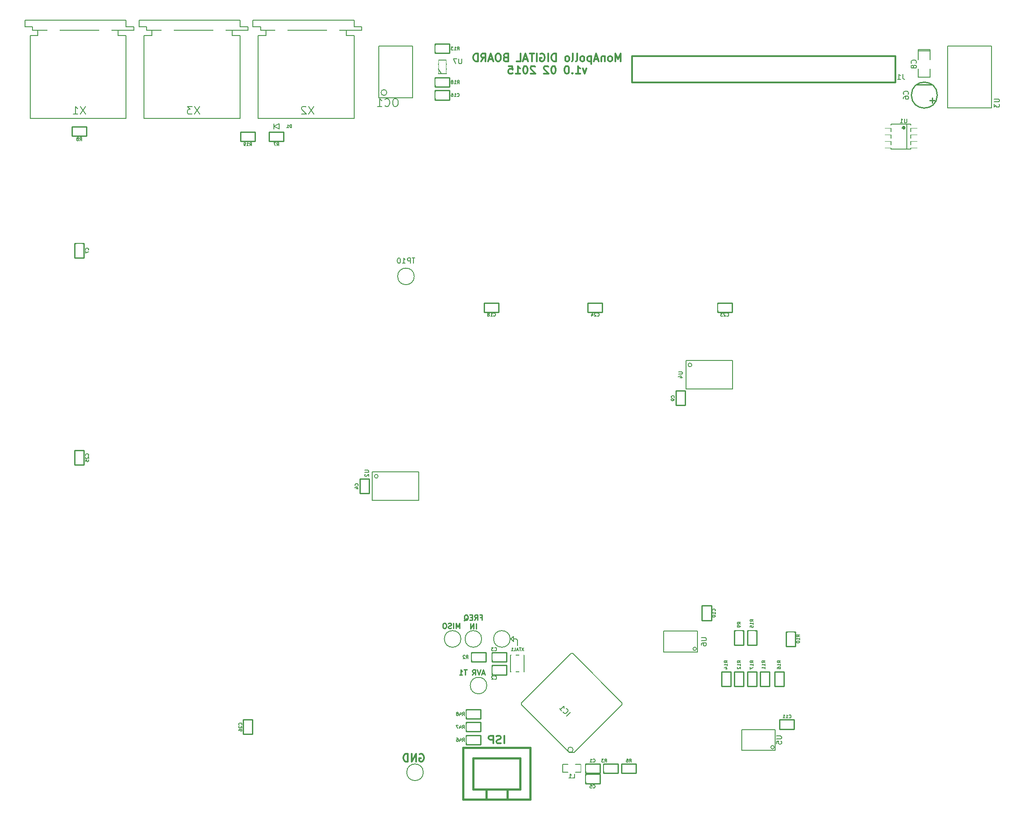
<source format=gbo>
%FSLAX46Y46*%
G04 Gerber Fmt 4.6, Leading zero omitted, Abs format (unit mm)*
G04 Created by KiCad (PCBNEW (2014-09-02 BZR 5112)-product) date 2015-02-16 11:39:03 AM*
%MOMM*%
G01*
G04 APERTURE LIST*
%ADD10C,0.500000*%
%ADD11C,0.300000*%
%ADD12C,0.254000*%
%ADD13C,0.200000*%
%ADD14C,0.250000*%
%ADD15C,0.150000*%
%ADD16C,0.381000*%
%ADD17C,0.304800*%
%ADD18C,0.127000*%
%ADD19C,0.406400*%
%ADD20C,0.066040*%
%ADD21C,0.203200*%
%ADD22C,0.152400*%
%ADD23R,1.270000X1.270000*%
%ADD24C,1.270000*%
%ADD25R,2.052000X1.544000*%
%ADD26R,0.629600X0.782000*%
%ADD27C,2.052000*%
%ADD28R,2.052000X2.052000*%
%ADD29R,1.544000X1.544000*%
%ADD30C,1.544000*%
%ADD31R,1.163000X1.417000*%
%ADD32R,1.520000X1.520000*%
%ADD33R,2.219640X0.619440*%
%ADD34R,0.426400X1.290000*%
%ADD35C,1.420000*%
%ADD36R,0.401000X1.290000*%
%ADD37R,1.020760X0.721040*%
%ADD38R,0.920000X1.420000*%
%ADD39C,2.520000*%
%ADD40C,3.322000*%
%ADD41C,2.020000*%
%ADD42R,0.832800X1.163000*%
%ADD43R,1.163000X0.832800*%
%ADD44O,2.820000X3.520000*%
%ADD45C,1.770000*%
%ADD46R,1.220000X1.220000*%
%ADD47C,1.220000*%
%ADD48C,2.560000*%
G04 APERTURE END LIST*
D10*
D11*
X96964285Y-138678571D02*
X96964285Y-137178571D01*
X96321428Y-138607143D02*
X96107142Y-138678571D01*
X95749999Y-138678571D01*
X95607142Y-138607143D01*
X95535713Y-138535714D01*
X95464285Y-138392857D01*
X95464285Y-138250000D01*
X95535713Y-138107143D01*
X95607142Y-138035714D01*
X95749999Y-137964286D01*
X96035713Y-137892857D01*
X96178571Y-137821429D01*
X96249999Y-137750000D01*
X96321428Y-137607143D01*
X96321428Y-137464286D01*
X96249999Y-137321429D01*
X96178571Y-137250000D01*
X96035713Y-137178571D01*
X95678571Y-137178571D01*
X95464285Y-137250000D01*
X94821428Y-138678571D02*
X94821428Y-137178571D01*
X94250000Y-137178571D01*
X94107142Y-137250000D01*
X94035714Y-137321429D01*
X93964285Y-137464286D01*
X93964285Y-137678571D01*
X94035714Y-137821429D01*
X94107142Y-137892857D01*
X94250000Y-137964286D01*
X94821428Y-137964286D01*
X119428571Y-6978571D02*
X119428571Y-5478571D01*
X118928571Y-6550000D01*
X118428571Y-5478571D01*
X118428571Y-6978571D01*
X117499999Y-6978571D02*
X117642857Y-6907143D01*
X117714285Y-6835714D01*
X117785714Y-6692857D01*
X117785714Y-6264286D01*
X117714285Y-6121429D01*
X117642857Y-6050000D01*
X117499999Y-5978571D01*
X117285714Y-5978571D01*
X117142857Y-6050000D01*
X117071428Y-6121429D01*
X116999999Y-6264286D01*
X116999999Y-6692857D01*
X117071428Y-6835714D01*
X117142857Y-6907143D01*
X117285714Y-6978571D01*
X117499999Y-6978571D01*
X116357142Y-5978571D02*
X116357142Y-6978571D01*
X116357142Y-6121429D02*
X116285714Y-6050000D01*
X116142856Y-5978571D01*
X115928571Y-5978571D01*
X115785714Y-6050000D01*
X115714285Y-6192857D01*
X115714285Y-6978571D01*
X115071428Y-6550000D02*
X114357142Y-6550000D01*
X115214285Y-6978571D02*
X114714285Y-5478571D01*
X114214285Y-6978571D01*
X113714285Y-5978571D02*
X113714285Y-7478571D01*
X113714285Y-6050000D02*
X113571428Y-5978571D01*
X113285714Y-5978571D01*
X113142857Y-6050000D01*
X113071428Y-6121429D01*
X112999999Y-6264286D01*
X112999999Y-6692857D01*
X113071428Y-6835714D01*
X113142857Y-6907143D01*
X113285714Y-6978571D01*
X113571428Y-6978571D01*
X113714285Y-6907143D01*
X112142856Y-6978571D02*
X112285714Y-6907143D01*
X112357142Y-6835714D01*
X112428571Y-6692857D01*
X112428571Y-6264286D01*
X112357142Y-6121429D01*
X112285714Y-6050000D01*
X112142856Y-5978571D01*
X111928571Y-5978571D01*
X111785714Y-6050000D01*
X111714285Y-6121429D01*
X111642856Y-6264286D01*
X111642856Y-6692857D01*
X111714285Y-6835714D01*
X111785714Y-6907143D01*
X111928571Y-6978571D01*
X112142856Y-6978571D01*
X110785713Y-6978571D02*
X110928571Y-6907143D01*
X110999999Y-6764286D01*
X110999999Y-5478571D01*
X109999999Y-6978571D02*
X110142857Y-6907143D01*
X110214285Y-6764286D01*
X110214285Y-5478571D01*
X109214285Y-6978571D02*
X109357143Y-6907143D01*
X109428571Y-6835714D01*
X109500000Y-6692857D01*
X109500000Y-6264286D01*
X109428571Y-6121429D01*
X109357143Y-6050000D01*
X109214285Y-5978571D01*
X109000000Y-5978571D01*
X108857143Y-6050000D01*
X108785714Y-6121429D01*
X108714285Y-6264286D01*
X108714285Y-6692857D01*
X108785714Y-6835714D01*
X108857143Y-6907143D01*
X109000000Y-6978571D01*
X109214285Y-6978571D01*
X106928571Y-6978571D02*
X106928571Y-5478571D01*
X106571428Y-5478571D01*
X106357143Y-5550000D01*
X106214285Y-5692857D01*
X106142857Y-5835714D01*
X106071428Y-6121429D01*
X106071428Y-6335714D01*
X106142857Y-6621429D01*
X106214285Y-6764286D01*
X106357143Y-6907143D01*
X106571428Y-6978571D01*
X106928571Y-6978571D01*
X105428571Y-6978571D02*
X105428571Y-5478571D01*
X103928571Y-5550000D02*
X104071428Y-5478571D01*
X104285714Y-5478571D01*
X104499999Y-5550000D01*
X104642857Y-5692857D01*
X104714285Y-5835714D01*
X104785714Y-6121429D01*
X104785714Y-6335714D01*
X104714285Y-6621429D01*
X104642857Y-6764286D01*
X104499999Y-6907143D01*
X104285714Y-6978571D01*
X104142857Y-6978571D01*
X103928571Y-6907143D01*
X103857142Y-6835714D01*
X103857142Y-6335714D01*
X104142857Y-6335714D01*
X103214285Y-6978571D02*
X103214285Y-5478571D01*
X102714285Y-5478571D02*
X101857142Y-5478571D01*
X102285713Y-6978571D02*
X102285713Y-5478571D01*
X101428571Y-6550000D02*
X100714285Y-6550000D01*
X101571428Y-6978571D02*
X101071428Y-5478571D01*
X100571428Y-6978571D01*
X99357142Y-6978571D02*
X100071428Y-6978571D01*
X100071428Y-5478571D01*
X97214285Y-6192857D02*
X96999999Y-6264286D01*
X96928571Y-6335714D01*
X96857142Y-6478571D01*
X96857142Y-6692857D01*
X96928571Y-6835714D01*
X96999999Y-6907143D01*
X97142857Y-6978571D01*
X97714285Y-6978571D01*
X97714285Y-5478571D01*
X97214285Y-5478571D01*
X97071428Y-5550000D01*
X96999999Y-5621429D01*
X96928571Y-5764286D01*
X96928571Y-5907143D01*
X96999999Y-6050000D01*
X97071428Y-6121429D01*
X97214285Y-6192857D01*
X97714285Y-6192857D01*
X95928571Y-5478571D02*
X95642857Y-5478571D01*
X95499999Y-5550000D01*
X95357142Y-5692857D01*
X95285714Y-5978571D01*
X95285714Y-6478571D01*
X95357142Y-6764286D01*
X95499999Y-6907143D01*
X95642857Y-6978571D01*
X95928571Y-6978571D01*
X96071428Y-6907143D01*
X96214285Y-6764286D01*
X96285714Y-6478571D01*
X96285714Y-5978571D01*
X96214285Y-5692857D01*
X96071428Y-5550000D01*
X95928571Y-5478571D01*
X94714285Y-6550000D02*
X93999999Y-6550000D01*
X94857142Y-6978571D02*
X94357142Y-5478571D01*
X93857142Y-6978571D01*
X92499999Y-6978571D02*
X92999999Y-6264286D01*
X93357142Y-6978571D02*
X93357142Y-5478571D01*
X92785714Y-5478571D01*
X92642856Y-5550000D01*
X92571428Y-5621429D01*
X92499999Y-5764286D01*
X92499999Y-5978571D01*
X92571428Y-6121429D01*
X92642856Y-6192857D01*
X92785714Y-6264286D01*
X93357142Y-6264286D01*
X91857142Y-6978571D02*
X91857142Y-5478571D01*
X91499999Y-5478571D01*
X91285714Y-5550000D01*
X91142856Y-5692857D01*
X91071428Y-5835714D01*
X90999999Y-6121429D01*
X90999999Y-6335714D01*
X91071428Y-6621429D01*
X91142856Y-6764286D01*
X91285714Y-6907143D01*
X91499999Y-6978571D01*
X91857142Y-6978571D01*
X112821426Y-8378571D02*
X112464283Y-9378571D01*
X112107141Y-8378571D01*
X110749998Y-9378571D02*
X111607141Y-9378571D01*
X111178569Y-9378571D02*
X111178569Y-7878571D01*
X111321426Y-8092857D01*
X111464284Y-8235714D01*
X111607141Y-8307143D01*
X110107141Y-9235714D02*
X110035713Y-9307143D01*
X110107141Y-9378571D01*
X110178570Y-9307143D01*
X110107141Y-9235714D01*
X110107141Y-9378571D01*
X109107141Y-7878571D02*
X108964284Y-7878571D01*
X108821427Y-7950000D01*
X108749998Y-8021429D01*
X108678569Y-8164286D01*
X108607141Y-8450000D01*
X108607141Y-8807143D01*
X108678569Y-9092857D01*
X108749998Y-9235714D01*
X108821427Y-9307143D01*
X108964284Y-9378571D01*
X109107141Y-9378571D01*
X109249998Y-9307143D01*
X109321427Y-9235714D01*
X109392855Y-9092857D01*
X109464284Y-8807143D01*
X109464284Y-8450000D01*
X109392855Y-8164286D01*
X109321427Y-8021429D01*
X109249998Y-7950000D01*
X109107141Y-7878571D01*
X106535713Y-7878571D02*
X106392856Y-7878571D01*
X106249999Y-7950000D01*
X106178570Y-8021429D01*
X106107141Y-8164286D01*
X106035713Y-8450000D01*
X106035713Y-8807143D01*
X106107141Y-9092857D01*
X106178570Y-9235714D01*
X106249999Y-9307143D01*
X106392856Y-9378571D01*
X106535713Y-9378571D01*
X106678570Y-9307143D01*
X106749999Y-9235714D01*
X106821427Y-9092857D01*
X106892856Y-8807143D01*
X106892856Y-8450000D01*
X106821427Y-8164286D01*
X106749999Y-8021429D01*
X106678570Y-7950000D01*
X106535713Y-7878571D01*
X105464285Y-8021429D02*
X105392856Y-7950000D01*
X105249999Y-7878571D01*
X104892856Y-7878571D01*
X104749999Y-7950000D01*
X104678570Y-8021429D01*
X104607142Y-8164286D01*
X104607142Y-8307143D01*
X104678570Y-8521429D01*
X105535713Y-9378571D01*
X104607142Y-9378571D01*
X102892857Y-8021429D02*
X102821428Y-7950000D01*
X102678571Y-7878571D01*
X102321428Y-7878571D01*
X102178571Y-7950000D01*
X102107142Y-8021429D01*
X102035714Y-8164286D01*
X102035714Y-8307143D01*
X102107142Y-8521429D01*
X102964285Y-9378571D01*
X102035714Y-9378571D01*
X101107143Y-7878571D02*
X100964286Y-7878571D01*
X100821429Y-7950000D01*
X100750000Y-8021429D01*
X100678571Y-8164286D01*
X100607143Y-8450000D01*
X100607143Y-8807143D01*
X100678571Y-9092857D01*
X100750000Y-9235714D01*
X100821429Y-9307143D01*
X100964286Y-9378571D01*
X101107143Y-9378571D01*
X101250000Y-9307143D01*
X101321429Y-9235714D01*
X101392857Y-9092857D01*
X101464286Y-8807143D01*
X101464286Y-8450000D01*
X101392857Y-8164286D01*
X101321429Y-8021429D01*
X101250000Y-7950000D01*
X101107143Y-7878571D01*
X99178572Y-9378571D02*
X100035715Y-9378571D01*
X99607143Y-9378571D02*
X99607143Y-7878571D01*
X99750000Y-8092857D01*
X99892858Y-8235714D01*
X100035715Y-8307143D01*
X97821429Y-7878571D02*
X98535715Y-7878571D01*
X98607144Y-8592857D01*
X98535715Y-8521429D01*
X98392858Y-8450000D01*
X98035715Y-8450000D01*
X97892858Y-8521429D01*
X97821429Y-8592857D01*
X97750001Y-8735714D01*
X97750001Y-9092857D01*
X97821429Y-9235714D01*
X97892858Y-9307143D01*
X98035715Y-9378571D01*
X98392858Y-9378571D01*
X98535715Y-9307143D01*
X98607144Y-9235714D01*
D12*
X88346571Y-116459619D02*
X88346571Y-115443619D01*
X88007905Y-116169333D01*
X87669238Y-115443619D01*
X87669238Y-116459619D01*
X87185428Y-116459619D02*
X87185428Y-115443619D01*
X86749999Y-116411238D02*
X86604856Y-116459619D01*
X86362952Y-116459619D01*
X86266190Y-116411238D01*
X86217809Y-116362857D01*
X86169428Y-116266095D01*
X86169428Y-116169333D01*
X86217809Y-116072571D01*
X86266190Y-116024190D01*
X86362952Y-115975810D01*
X86556475Y-115927429D01*
X86653237Y-115879048D01*
X86701618Y-115830667D01*
X86749999Y-115733905D01*
X86749999Y-115637143D01*
X86701618Y-115540381D01*
X86653237Y-115492000D01*
X86556475Y-115443619D01*
X86314571Y-115443619D01*
X86169428Y-115492000D01*
X85540475Y-115443619D02*
X85346952Y-115443619D01*
X85250190Y-115492000D01*
X85153428Y-115588762D01*
X85105047Y-115782286D01*
X85105047Y-116120952D01*
X85153428Y-116314476D01*
X85250190Y-116411238D01*
X85346952Y-116459619D01*
X85540475Y-116459619D01*
X85637237Y-116411238D01*
X85733999Y-116314476D01*
X85782380Y-116120952D01*
X85782380Y-115782286D01*
X85733999Y-115588762D01*
X85637237Y-115492000D01*
X85540475Y-115443619D01*
X92354667Y-114339229D02*
X92693333Y-114339229D01*
X92693333Y-114871419D02*
X92693333Y-113855419D01*
X92209524Y-113855419D01*
X91241905Y-114871419D02*
X91580571Y-114387610D01*
X91822476Y-114871419D02*
X91822476Y-113855419D01*
X91435429Y-113855419D01*
X91338667Y-113903800D01*
X91290286Y-113952181D01*
X91241905Y-114048943D01*
X91241905Y-114194086D01*
X91290286Y-114290848D01*
X91338667Y-114339229D01*
X91435429Y-114387610D01*
X91822476Y-114387610D01*
X90806476Y-114339229D02*
X90467810Y-114339229D01*
X90322667Y-114871419D02*
X90806476Y-114871419D01*
X90806476Y-113855419D01*
X90322667Y-113855419D01*
X89209905Y-114968181D02*
X89306667Y-114919800D01*
X89403429Y-114823038D01*
X89548572Y-114677895D01*
X89645333Y-114629514D01*
X89742095Y-114629514D01*
X89693714Y-114871419D02*
X89790476Y-114823038D01*
X89887238Y-114726276D01*
X89935619Y-114532752D01*
X89935619Y-114194086D01*
X89887238Y-114000562D01*
X89790476Y-113903800D01*
X89693714Y-113855419D01*
X89500191Y-113855419D01*
X89403429Y-113903800D01*
X89306667Y-114000562D01*
X89258286Y-114194086D01*
X89258286Y-114532752D01*
X89306667Y-114726276D01*
X89403429Y-114823038D01*
X89500191Y-114871419D01*
X89693714Y-114871419D01*
X91532190Y-116547819D02*
X91532190Y-115531819D01*
X91048380Y-116547819D02*
X91048380Y-115531819D01*
X90467809Y-116547819D01*
X90467809Y-115531819D01*
D13*
X98750000Y-118500000D02*
X99250000Y-118500000D01*
X98750000Y-119000000D02*
X98250000Y-118500000D01*
X98750000Y-118000000D02*
X98750000Y-119000000D01*
X98250000Y-118500000D02*
X98750000Y-118000000D01*
X99500000Y-118750000D02*
X99500000Y-119750000D01*
X99250000Y-118500000D02*
X99500000Y-118750000D01*
D12*
X93193237Y-125169333D02*
X92709428Y-125169333D01*
X93289999Y-125459619D02*
X92951332Y-124443619D01*
X92612666Y-125459619D01*
X92419142Y-124443619D02*
X92080475Y-125459619D01*
X91741809Y-124443619D01*
X90822571Y-125459619D02*
X91161237Y-124975810D01*
X91403142Y-125459619D02*
X91403142Y-124443619D01*
X91016095Y-124443619D01*
X90919333Y-124492000D01*
X90870952Y-124540381D01*
X90822571Y-124637143D01*
X90822571Y-124782286D01*
X90870952Y-124879048D01*
X90919333Y-124927429D01*
X91016095Y-124975810D01*
X91403142Y-124975810D01*
X89758190Y-124443619D02*
X89177619Y-124443619D01*
X89467904Y-125459619D02*
X89467904Y-124443619D01*
X88306762Y-125459619D02*
X88887333Y-125459619D01*
X88597047Y-125459619D02*
X88597047Y-124443619D01*
X88693809Y-124588762D01*
X88790571Y-124685524D01*
X88887333Y-124733905D01*
D11*
X80642857Y-140750000D02*
X80785714Y-140678571D01*
X81000000Y-140678571D01*
X81214285Y-140750000D01*
X81357143Y-140892857D01*
X81428571Y-141035714D01*
X81500000Y-141321429D01*
X81500000Y-141535714D01*
X81428571Y-141821429D01*
X81357143Y-141964286D01*
X81214285Y-142107143D01*
X81000000Y-142178571D01*
X80857143Y-142178571D01*
X80642857Y-142107143D01*
X80571428Y-142035714D01*
X80571428Y-141535714D01*
X80857143Y-141535714D01*
X79928571Y-142178571D02*
X79928571Y-140678571D01*
X79071428Y-142178571D01*
X79071428Y-140678571D01*
X78357142Y-142178571D02*
X78357142Y-140678571D01*
X77999999Y-140678571D01*
X77785714Y-140750000D01*
X77642856Y-140892857D01*
X77571428Y-141035714D01*
X77499999Y-141321429D01*
X77499999Y-141535714D01*
X77571428Y-141821429D01*
X77642856Y-141964286D01*
X77785714Y-142107143D01*
X77999999Y-142178571D01*
X78357142Y-142178571D01*
D14*
X179500000Y-14000000D02*
X179500000Y-15000000D01*
X180000000Y-14500000D02*
X179000000Y-14500000D01*
X179500000Y-11500000D02*
X176500000Y-11500000D01*
X180500000Y-13500000D02*
G75*
G03X180500000Y-13500000I-2500000J0D01*
G74*
G01*
D15*
X176857000Y-4960000D02*
X176857000Y-4706000D01*
X176857000Y-4706000D02*
X179143000Y-4706000D01*
X179143000Y-4706000D02*
X179143000Y-4960000D01*
X176857000Y-4960000D02*
X179143000Y-4960000D01*
X179143000Y-4960000D02*
X179143000Y-6611000D01*
X176857000Y-8389000D02*
X176857000Y-10040000D01*
X176857000Y-10040000D02*
X179143000Y-10040000D01*
X179143000Y-10040000D02*
X179143000Y-8389000D01*
X176857000Y-6611000D02*
X176857000Y-4960000D01*
X52492000Y-18992000D02*
X52492000Y-20008000D01*
X53508000Y-18992000D02*
X53508000Y-20008000D01*
X53508000Y-20008000D02*
X52492000Y-19500000D01*
X52492000Y-19500000D02*
X53508000Y-18992000D01*
X110238592Y-139890454D02*
G75*
G03X110238592Y-139890454I-508000J0D01*
G74*
G01*
X110449013Y-140429269D02*
X109550987Y-140429269D01*
X100301323Y-130820395D02*
X100301323Y-131179605D01*
X109820395Y-121301323D02*
X110179605Y-121301323D01*
X119698677Y-130820395D02*
X119698677Y-131179605D01*
X109550987Y-140429269D02*
X100301323Y-131179605D01*
X100301323Y-130820395D02*
X109820395Y-121301323D01*
X110179605Y-121301323D02*
X119698677Y-130820395D01*
X119698677Y-131179605D02*
X110449013Y-140429269D01*
D16*
X93468000Y-147548000D02*
X93468000Y-149326000D01*
X97532000Y-147548000D02*
X97532000Y-149326000D01*
X90999120Y-147499740D02*
X90999120Y-141500260D01*
X90999120Y-141500260D02*
X100000880Y-141500260D01*
X100000880Y-141500260D02*
X100000880Y-147499740D01*
X100000880Y-147499740D02*
X90999120Y-147499740D01*
X101999860Y-144500000D02*
X101999860Y-149501260D01*
X101999860Y-149501260D02*
X89000140Y-149501260D01*
X89000140Y-149501260D02*
X89000140Y-139498740D01*
X89000140Y-139498740D02*
X101999860Y-139498740D01*
X101999860Y-139498740D02*
X101999860Y-141500260D01*
X101999860Y-141500260D02*
X101999860Y-144500000D01*
D17*
X121600000Y-11040000D02*
X172400000Y-11040000D01*
X121600000Y-5960000D02*
X172400000Y-5960000D01*
X121600000Y-5960000D02*
X121600000Y-11040000D01*
X172400000Y-5960000D02*
X172400000Y-11040000D01*
D18*
X109288800Y-142738000D02*
X108272800Y-142738000D01*
X108272800Y-142738000D02*
X108272800Y-144262000D01*
X108272800Y-144262000D02*
X109288800Y-144262000D01*
X110711200Y-144262000D02*
X111727200Y-144262000D01*
X111727200Y-144262000D02*
X111727200Y-142738000D01*
X111727200Y-142738000D02*
X110711200Y-142738000D01*
D15*
X74309017Y-13000000D02*
G75*
G03X74309017Y-13000000I-559017J0D01*
G74*
G01*
X76000000Y-14000000D02*
X79250000Y-14000000D01*
X79250000Y-14000000D02*
X79250000Y-4000000D01*
X79250000Y-4000000D02*
X72750000Y-4000000D01*
X72750000Y-4000000D02*
X72750000Y-14000000D01*
X72750000Y-14000000D02*
X76000000Y-14000000D01*
D19*
X174160605Y-19792000D02*
G75*
G03X174160605Y-19792000I-179605J0D01*
G74*
G01*
D20*
X176598800Y-19351160D02*
X176598800Y-19841380D01*
X176598800Y-19841380D02*
X175498980Y-19841380D01*
X175498980Y-19351160D02*
X175498980Y-19841380D01*
X176598800Y-19351160D02*
X175498980Y-19351160D01*
X176598800Y-20621160D02*
X176598800Y-21111380D01*
X176598800Y-21111380D02*
X175498980Y-21111380D01*
X175498980Y-20621160D02*
X175498980Y-21111380D01*
X176598800Y-20621160D02*
X175498980Y-20621160D01*
X176598800Y-21888620D02*
X176598800Y-22378840D01*
X176598800Y-22378840D02*
X175498980Y-22378840D01*
X175498980Y-21888620D02*
X175498980Y-22378840D01*
X176598800Y-21888620D02*
X175498980Y-21888620D01*
X176598800Y-23158620D02*
X176598800Y-23648840D01*
X176598800Y-23648840D02*
X175498980Y-23648840D01*
X175498980Y-23158620D02*
X175498980Y-23648840D01*
X176598800Y-23158620D02*
X175498980Y-23158620D01*
X171501020Y-23158620D02*
X171501020Y-23648840D01*
X171501020Y-23648840D02*
X170401200Y-23648840D01*
X170401200Y-23158620D02*
X170401200Y-23648840D01*
X171501020Y-23158620D02*
X170401200Y-23158620D01*
X171501020Y-21888620D02*
X171501020Y-22378840D01*
X171501020Y-22378840D02*
X170401200Y-22378840D01*
X170401200Y-21888620D02*
X170401200Y-22378840D01*
X171501020Y-21888620D02*
X170401200Y-21888620D01*
X171501020Y-20621160D02*
X171501020Y-21111380D01*
X171501020Y-21111380D02*
X170401200Y-21111380D01*
X170401200Y-20621160D02*
X170401200Y-21111380D01*
X171501020Y-20621160D02*
X170401200Y-20621160D01*
X171501020Y-19351160D02*
X171501020Y-19841380D01*
X171501020Y-19841380D02*
X170401200Y-19841380D01*
X170401200Y-19351160D02*
X170401200Y-19841380D01*
X171501020Y-19351160D02*
X170401200Y-19351160D01*
D21*
X171600080Y-23897760D02*
X174899540Y-23897760D01*
X174899540Y-23897760D02*
X175399920Y-23897760D01*
X175399920Y-23897760D02*
X175399920Y-19102240D01*
X175399920Y-19102240D02*
X174899540Y-19102240D01*
X174899540Y-19102240D02*
X171600080Y-19102240D01*
X171600080Y-19102240D02*
X171600080Y-23897760D01*
X174645540Y-23897760D02*
X174645540Y-19102240D01*
D15*
X71500000Y-91750000D02*
X71500000Y-86250000D01*
X71500000Y-86250000D02*
X80500000Y-86250000D01*
X80500000Y-86250000D02*
X80500000Y-91750000D01*
X80500000Y-91750000D02*
X71500000Y-91750000D01*
D18*
X72637210Y-87091000D02*
G75*
G03X72637210Y-87091000I-359210J0D01*
G74*
G01*
D15*
X182500000Y-10000000D02*
X182500000Y-16000000D01*
X182500000Y-16000000D02*
X191000000Y-16000000D01*
X191000000Y-16000000D02*
X191000000Y-4000000D01*
X191000000Y-4000000D02*
X182500000Y-4000000D01*
X182500000Y-4000000D02*
X182500000Y-10000000D01*
X132000000Y-70250000D02*
X132000000Y-64750000D01*
X132000000Y-64750000D02*
X141000000Y-64750000D01*
X141000000Y-64750000D02*
X141000000Y-70250000D01*
X141000000Y-70250000D02*
X132000000Y-70250000D01*
D18*
X133137210Y-65591000D02*
G75*
G03X133137210Y-65591000I-359210J0D01*
G74*
G01*
D15*
X149250000Y-136000000D02*
X149250000Y-140000000D01*
X149250000Y-140000000D02*
X142750000Y-140000000D01*
X142750000Y-140000000D02*
X142750000Y-136000000D01*
X142750000Y-136000000D02*
X149250000Y-136000000D01*
X149027459Y-139408240D02*
G75*
G03X149027459Y-139408240I-325279J0D01*
G74*
G01*
X134250000Y-117000000D02*
X134250000Y-121000000D01*
X134250000Y-121000000D02*
X127750000Y-121000000D01*
X127750000Y-121000000D02*
X127750000Y-117000000D01*
X127750000Y-117000000D02*
X134250000Y-117000000D01*
X134027459Y-120408240D02*
G75*
G03X134027459Y-120408240I-325279J0D01*
G74*
G01*
X84238000Y-8508000D02*
X84746000Y-9270000D01*
X84238000Y-6730000D02*
X84238000Y-9333500D01*
X84238000Y-9333500D02*
X85762000Y-9333500D01*
X85762000Y-9333500D02*
X85762000Y-6730000D01*
X85762000Y-6730000D02*
X84238000Y-6730000D01*
X99500000Y-121650000D02*
X98200000Y-121650000D01*
X98200000Y-121650000D02*
X98200000Y-124850000D01*
X98200000Y-124850000D02*
X100800000Y-124850000D01*
X100800000Y-124850000D02*
X100800000Y-121650000D01*
X100800000Y-121650000D02*
X99500000Y-121650000D01*
X88600000Y-118500000D02*
G75*
G03X88600000Y-118500000I-1600000J0D01*
G74*
G01*
X79600000Y-48500000D02*
G75*
G03X79600000Y-48500000I-1600000J0D01*
G74*
G01*
X98100000Y-118500000D02*
G75*
G03X98100000Y-118500000I-1600000J0D01*
G74*
G01*
X92600000Y-118500000D02*
G75*
G03X92600000Y-118500000I-1600000J0D01*
G74*
G01*
X93600000Y-127500000D02*
G75*
G03X93600000Y-127500000I-1600000J0D01*
G74*
G01*
D12*
X115400000Y-144400000D02*
X112600000Y-144400000D01*
X112600000Y-144400000D02*
X112600000Y-142600000D01*
X112600000Y-142600000D02*
X115400000Y-142600000D01*
X115400000Y-142600000D02*
X115400000Y-144400000D01*
X94600000Y-123600000D02*
X97400000Y-123600000D01*
X97400000Y-123600000D02*
X97400000Y-125400000D01*
X97400000Y-125400000D02*
X94600000Y-125400000D01*
X94600000Y-125400000D02*
X94600000Y-123600000D01*
X94600000Y-121100000D02*
X97400000Y-121100000D01*
X97400000Y-121100000D02*
X97400000Y-122900000D01*
X97400000Y-122900000D02*
X94600000Y-122900000D01*
X94600000Y-122900000D02*
X94600000Y-121100000D01*
X69100000Y-90400000D02*
X69100000Y-87600000D01*
X69100000Y-87600000D02*
X70900000Y-87600000D01*
X70900000Y-87600000D02*
X70900000Y-90400000D01*
X70900000Y-90400000D02*
X69100000Y-90400000D01*
X112600000Y-144600000D02*
X115400000Y-144600000D01*
X115400000Y-144600000D02*
X115400000Y-146400000D01*
X115400000Y-146400000D02*
X112600000Y-146400000D01*
X112600000Y-146400000D02*
X112600000Y-144600000D01*
X15900000Y-42100000D02*
X15900000Y-44900000D01*
X15900000Y-44900000D02*
X14100000Y-44900000D01*
X14100000Y-44900000D02*
X14100000Y-42100000D01*
X14100000Y-42100000D02*
X15900000Y-42100000D01*
X131900000Y-70600000D02*
X131900000Y-73400000D01*
X131900000Y-73400000D02*
X130100000Y-73400000D01*
X130100000Y-73400000D02*
X130100000Y-70600000D01*
X130100000Y-70600000D02*
X131900000Y-70600000D01*
X135100000Y-114900000D02*
X135100000Y-112100000D01*
X135100000Y-112100000D02*
X136900000Y-112100000D01*
X136900000Y-112100000D02*
X136900000Y-114900000D01*
X136900000Y-114900000D02*
X135100000Y-114900000D01*
X150100000Y-134100000D02*
X152900000Y-134100000D01*
X152900000Y-134100000D02*
X152900000Y-135900000D01*
X152900000Y-135900000D02*
X150100000Y-135900000D01*
X150100000Y-135900000D02*
X150100000Y-134100000D01*
X83600000Y-12600000D02*
X86400000Y-12600000D01*
X86400000Y-12600000D02*
X86400000Y-14400000D01*
X86400000Y-14400000D02*
X83600000Y-14400000D01*
X83600000Y-14400000D02*
X83600000Y-12600000D01*
X93100000Y-53600000D02*
X95900000Y-53600000D01*
X95900000Y-53600000D02*
X95900000Y-55400000D01*
X95900000Y-55400000D02*
X93100000Y-55400000D01*
X93100000Y-55400000D02*
X93100000Y-53600000D01*
X138100000Y-53600000D02*
X140900000Y-53600000D01*
X140900000Y-53600000D02*
X140900000Y-55400000D01*
X140900000Y-55400000D02*
X138100000Y-55400000D01*
X138100000Y-55400000D02*
X138100000Y-53600000D01*
X113100000Y-53600000D02*
X115900000Y-53600000D01*
X115900000Y-53600000D02*
X115900000Y-55400000D01*
X115900000Y-55400000D02*
X113100000Y-55400000D01*
X113100000Y-55400000D02*
X113100000Y-53600000D01*
X15900000Y-82100000D02*
X15900000Y-84900000D01*
X15900000Y-84900000D02*
X14100000Y-84900000D01*
X14100000Y-84900000D02*
X14100000Y-82100000D01*
X14100000Y-82100000D02*
X15900000Y-82100000D01*
X48400000Y-134100000D02*
X48400000Y-136900000D01*
X48400000Y-136900000D02*
X46600000Y-136900000D01*
X46600000Y-136900000D02*
X46600000Y-134100000D01*
X46600000Y-134100000D02*
X48400000Y-134100000D01*
X90600000Y-121100000D02*
X93400000Y-121100000D01*
X93400000Y-121100000D02*
X93400000Y-122900000D01*
X93400000Y-122900000D02*
X90600000Y-122900000D01*
X90600000Y-122900000D02*
X90600000Y-121100000D01*
X118900000Y-144400000D02*
X116100000Y-144400000D01*
X116100000Y-144400000D02*
X116100000Y-142600000D01*
X116100000Y-142600000D02*
X118900000Y-142600000D01*
X118900000Y-142600000D02*
X118900000Y-144400000D01*
X122400000Y-144400000D02*
X119600000Y-144400000D01*
X119600000Y-144400000D02*
X119600000Y-142600000D01*
X119600000Y-142600000D02*
X122400000Y-142600000D01*
X122400000Y-142600000D02*
X122400000Y-144400000D01*
X51600000Y-20600000D02*
X54400000Y-20600000D01*
X54400000Y-20600000D02*
X54400000Y-22400000D01*
X54400000Y-22400000D02*
X51600000Y-22400000D01*
X51600000Y-22400000D02*
X51600000Y-20600000D01*
X13600000Y-19600000D02*
X16400000Y-19600000D01*
X16400000Y-19600000D02*
X16400000Y-21400000D01*
X16400000Y-21400000D02*
X13600000Y-21400000D01*
X13600000Y-21400000D02*
X13600000Y-19600000D01*
X141350000Y-119650000D02*
X141350000Y-116850000D01*
X141350000Y-116850000D02*
X143150000Y-116850000D01*
X143150000Y-116850000D02*
X143150000Y-119650000D01*
X143150000Y-119650000D02*
X141350000Y-119650000D01*
X151350000Y-119900000D02*
X151350000Y-117100000D01*
X151350000Y-117100000D02*
X153150000Y-117100000D01*
X153150000Y-117100000D02*
X153150000Y-119900000D01*
X153150000Y-119900000D02*
X151350000Y-119900000D01*
X146350000Y-127650000D02*
X146350000Y-124850000D01*
X146350000Y-124850000D02*
X148150000Y-124850000D01*
X148150000Y-124850000D02*
X148150000Y-127650000D01*
X148150000Y-127650000D02*
X146350000Y-127650000D01*
X141350000Y-127650000D02*
X141350000Y-124850000D01*
X141350000Y-124850000D02*
X143150000Y-124850000D01*
X143150000Y-124850000D02*
X143150000Y-127650000D01*
X143150000Y-127650000D02*
X141350000Y-127650000D01*
X83600000Y-3600000D02*
X86400000Y-3600000D01*
X86400000Y-3600000D02*
X86400000Y-5400000D01*
X86400000Y-5400000D02*
X83600000Y-5400000D01*
X83600000Y-5400000D02*
X83600000Y-3600000D01*
X138850000Y-127650000D02*
X138850000Y-124850000D01*
X138850000Y-124850000D02*
X140650000Y-124850000D01*
X140650000Y-124850000D02*
X140650000Y-127650000D01*
X140650000Y-127650000D02*
X138850000Y-127650000D01*
X143850000Y-119650000D02*
X143850000Y-116850000D01*
X143850000Y-116850000D02*
X145650000Y-116850000D01*
X145650000Y-116850000D02*
X145650000Y-119650000D01*
X145650000Y-119650000D02*
X143850000Y-119650000D01*
X149100000Y-127650000D02*
X149100000Y-124850000D01*
X149100000Y-124850000D02*
X150900000Y-124850000D01*
X150900000Y-124850000D02*
X150900000Y-127650000D01*
X150900000Y-127650000D02*
X149100000Y-127650000D01*
X143850000Y-127650000D02*
X143850000Y-124850000D01*
X143850000Y-124850000D02*
X145650000Y-124850000D01*
X145650000Y-124850000D02*
X145650000Y-127650000D01*
X145650000Y-127650000D02*
X143850000Y-127650000D01*
X83600000Y-10100000D02*
X86400000Y-10100000D01*
X86400000Y-10100000D02*
X86400000Y-11900000D01*
X86400000Y-11900000D02*
X83600000Y-11900000D01*
X83600000Y-11900000D02*
X83600000Y-10100000D01*
X48900000Y-22400000D02*
X46100000Y-22400000D01*
X46100000Y-22400000D02*
X46100000Y-20600000D01*
X46100000Y-20600000D02*
X48900000Y-20600000D01*
X48900000Y-20600000D02*
X48900000Y-22400000D01*
X89600000Y-137100000D02*
X92400000Y-137100000D01*
X92400000Y-137100000D02*
X92400000Y-138900000D01*
X92400000Y-138900000D02*
X89600000Y-138900000D01*
X89600000Y-138900000D02*
X89600000Y-137100000D01*
X89600000Y-134600000D02*
X92400000Y-134600000D01*
X92400000Y-134600000D02*
X92400000Y-136400000D01*
X92400000Y-136400000D02*
X89600000Y-136400000D01*
X89600000Y-136400000D02*
X89600000Y-134600000D01*
X89600000Y-132100000D02*
X92400000Y-132100000D01*
X92400000Y-132100000D02*
X92400000Y-133900000D01*
X92400000Y-133900000D02*
X89600000Y-133900000D01*
X89600000Y-133900000D02*
X89600000Y-132100000D01*
D13*
X26500000Y-300000D02*
X26500000Y1000000D01*
X46000000Y-300000D02*
X46000000Y1000000D01*
X46000000Y-18000000D02*
X46000000Y-2000000D01*
X46000000Y-2000000D02*
X44500000Y-2000000D01*
X44500000Y-2000000D02*
X44500000Y-1000000D01*
X27500000Y-18000000D02*
X27500000Y-2000000D01*
X27500000Y-2000000D02*
X28000000Y-2000000D01*
X28000000Y-2000000D02*
X29000000Y-2000000D01*
X29000000Y-2000000D02*
X29000000Y-1000000D01*
X47500000Y-1000000D02*
X28000000Y-1000000D01*
X28000000Y-300000D02*
X28000000Y-1000000D01*
X46000000Y-300000D02*
X47500000Y-300000D01*
X26500000Y-300000D02*
X28000000Y-300000D01*
X46000000Y-18000000D02*
X27500000Y-18000000D01*
X47500000Y-1000000D02*
X47500000Y-300000D01*
X26500000Y1000000D02*
X46000000Y1000000D01*
X48500000Y-300000D02*
X48500000Y1000000D01*
X68000000Y-300000D02*
X68000000Y1000000D01*
X68000000Y-18000000D02*
X68000000Y-2000000D01*
X68000000Y-2000000D02*
X66500000Y-2000000D01*
X66500000Y-2000000D02*
X66500000Y-1000000D01*
X49500000Y-18000000D02*
X49500000Y-2000000D01*
X49500000Y-2000000D02*
X50000000Y-2000000D01*
X50000000Y-2000000D02*
X51000000Y-2000000D01*
X51000000Y-2000000D02*
X51000000Y-1000000D01*
X69500000Y-1000000D02*
X50000000Y-1000000D01*
X50000000Y-300000D02*
X50000000Y-1000000D01*
X68000000Y-300000D02*
X69500000Y-300000D01*
X48500000Y-300000D02*
X50000000Y-300000D01*
X68000000Y-18000000D02*
X49500000Y-18000000D01*
X69500000Y-1000000D02*
X69500000Y-300000D01*
X48500000Y1000000D02*
X68000000Y1000000D01*
X4500000Y-300000D02*
X4500000Y1000000D01*
X24000000Y-300000D02*
X24000000Y1000000D01*
X24000000Y-18000000D02*
X24000000Y-2000000D01*
X24000000Y-2000000D02*
X22500000Y-2000000D01*
X22500000Y-2000000D02*
X22500000Y-1000000D01*
X5500000Y-18000000D02*
X5500000Y-2000000D01*
X5500000Y-2000000D02*
X6000000Y-2000000D01*
X6000000Y-2000000D02*
X7000000Y-2000000D01*
X7000000Y-2000000D02*
X7000000Y-1000000D01*
X25500000Y-1000000D02*
X6000000Y-1000000D01*
X6000000Y-300000D02*
X6000000Y-1000000D01*
X24000000Y-300000D02*
X25500000Y-300000D01*
X4500000Y-300000D02*
X6000000Y-300000D01*
X24000000Y-18000000D02*
X5500000Y-18000000D01*
X25500000Y-1000000D02*
X25500000Y-300000D01*
X4500000Y1000000D02*
X24000000Y1000000D01*
D15*
X81350000Y-144250000D02*
G75*
G03X81350000Y-144250000I-1600000J0D01*
G74*
G01*
X174857143Y-13333334D02*
X174904762Y-13285715D01*
X174952381Y-13142858D01*
X174952381Y-13047620D01*
X174904762Y-12904762D01*
X174809524Y-12809524D01*
X174714286Y-12761905D01*
X174523810Y-12714286D01*
X174380952Y-12714286D01*
X174190476Y-12761905D01*
X174095238Y-12809524D01*
X174000000Y-12904762D01*
X173952381Y-13047620D01*
X173952381Y-13142858D01*
X174000000Y-13285715D01*
X174047619Y-13333334D01*
X173952381Y-14190477D02*
X173952381Y-14000000D01*
X174000000Y-13904762D01*
X174047619Y-13857143D01*
X174190476Y-13761905D01*
X174380952Y-13714286D01*
X174761905Y-13714286D01*
X174857143Y-13761905D01*
X174904762Y-13809524D01*
X174952381Y-13904762D01*
X174952381Y-14095239D01*
X174904762Y-14190477D01*
X174857143Y-14238096D01*
X174761905Y-14285715D01*
X174523810Y-14285715D01*
X174428571Y-14238096D01*
X174380952Y-14190477D01*
X174333333Y-14095239D01*
X174333333Y-13904762D01*
X174380952Y-13809524D01*
X174428571Y-13761905D01*
X174523810Y-13714286D01*
X176357143Y-7333334D02*
X176404762Y-7285715D01*
X176452381Y-7142858D01*
X176452381Y-7047620D01*
X176404762Y-6904762D01*
X176309524Y-6809524D01*
X176214286Y-6761905D01*
X176023810Y-6714286D01*
X175880952Y-6714286D01*
X175690476Y-6761905D01*
X175595238Y-6809524D01*
X175500000Y-6904762D01*
X175452381Y-7047620D01*
X175452381Y-7142858D01*
X175500000Y-7285715D01*
X175547619Y-7333334D01*
X175880952Y-7904762D02*
X175833333Y-7809524D01*
X175785714Y-7761905D01*
X175690476Y-7714286D01*
X175642857Y-7714286D01*
X175547619Y-7761905D01*
X175500000Y-7809524D01*
X175452381Y-7904762D01*
X175452381Y-8095239D01*
X175500000Y-8190477D01*
X175547619Y-8238096D01*
X175642857Y-8285715D01*
X175690476Y-8285715D01*
X175785714Y-8238096D01*
X175833333Y-8190477D01*
X175880952Y-8095239D01*
X175880952Y-7904762D01*
X175928571Y-7809524D01*
X175976190Y-7761905D01*
X176071429Y-7714286D01*
X176261905Y-7714286D01*
X176357143Y-7761905D01*
X176404762Y-7809524D01*
X176452381Y-7904762D01*
X176452381Y-8095239D01*
X176404762Y-8190477D01*
X176357143Y-8238096D01*
X176261905Y-8285715D01*
X176071429Y-8285715D01*
X175976190Y-8238096D01*
X175928571Y-8190477D01*
X175880952Y-8095239D01*
D22*
X55949942Y-19775771D02*
X55949942Y-19166171D01*
X55804799Y-19166171D01*
X55717714Y-19195200D01*
X55659656Y-19253257D01*
X55630628Y-19311314D01*
X55601599Y-19427429D01*
X55601599Y-19514514D01*
X55630628Y-19630629D01*
X55659656Y-19688686D01*
X55717714Y-19746743D01*
X55804799Y-19775771D01*
X55949942Y-19775771D01*
X55021028Y-19775771D02*
X55369371Y-19775771D01*
X55195199Y-19775771D02*
X55195199Y-19166171D01*
X55253256Y-19253257D01*
X55311314Y-19311314D01*
X55369371Y-19340343D01*
D15*
X109023351Y-133357190D02*
X109730458Y-132650083D01*
X108349916Y-132549068D02*
X108349916Y-132616412D01*
X108417259Y-132751099D01*
X108484603Y-132818442D01*
X108619290Y-132885786D01*
X108753977Y-132885786D01*
X108854992Y-132852114D01*
X109023351Y-132751099D01*
X109124367Y-132650083D01*
X109225382Y-132481725D01*
X109259054Y-132380710D01*
X109259054Y-132246023D01*
X109191709Y-132111335D01*
X109124366Y-132043992D01*
X108989679Y-131976648D01*
X108922336Y-131976648D01*
X107609137Y-131942977D02*
X108013199Y-132347038D01*
X107811168Y-132145008D02*
X108518275Y-131437901D01*
X108484603Y-131606260D01*
X108484603Y-131740946D01*
X108518275Y-131841962D01*
D21*
X173838667Y-9443619D02*
X173838667Y-10169333D01*
X173887047Y-10314476D01*
X173983809Y-10411238D01*
X174128952Y-10459619D01*
X174225714Y-10459619D01*
X172822667Y-10459619D02*
X173403238Y-10459619D01*
X173112952Y-10459619D02*
X173112952Y-9443619D01*
X173209714Y-9588762D01*
X173306476Y-9685524D01*
X173403238Y-9733905D01*
D22*
X110135467Y-145367695D02*
X110522514Y-145367695D01*
X110522514Y-144554895D01*
X109438781Y-145367695D02*
X109903238Y-145367695D01*
X109671009Y-145367695D02*
X109671009Y-144554895D01*
X109748419Y-144671010D01*
X109825828Y-144748419D01*
X109903238Y-144787124D01*
D15*
X76107143Y-14178571D02*
X75821429Y-14178571D01*
X75678571Y-14250000D01*
X75535714Y-14392857D01*
X75464286Y-14678571D01*
X75464286Y-15178571D01*
X75535714Y-15464286D01*
X75678571Y-15607143D01*
X75821429Y-15678571D01*
X76107143Y-15678571D01*
X76250000Y-15607143D01*
X76392857Y-15464286D01*
X76464286Y-15178571D01*
X76464286Y-14678571D01*
X76392857Y-14392857D01*
X76250000Y-14250000D01*
X76107143Y-14178571D01*
X73964285Y-15535714D02*
X74035714Y-15607143D01*
X74250000Y-15678571D01*
X74392857Y-15678571D01*
X74607142Y-15607143D01*
X74750000Y-15464286D01*
X74821428Y-15321429D01*
X74892857Y-15035714D01*
X74892857Y-14821429D01*
X74821428Y-14535714D01*
X74750000Y-14392857D01*
X74607142Y-14250000D01*
X74392857Y-14178571D01*
X74250000Y-14178571D01*
X74035714Y-14250000D01*
X73964285Y-14321429D01*
X72535714Y-15678571D02*
X73392857Y-15678571D01*
X72964285Y-15678571D02*
X72964285Y-14178571D01*
X73107142Y-14392857D01*
X73250000Y-14535714D01*
X73392857Y-14607143D01*
D22*
X174619276Y-18054895D02*
X174619276Y-18712876D01*
X174580571Y-18790286D01*
X174541867Y-18828990D01*
X174464457Y-18867695D01*
X174309638Y-18867695D01*
X174232229Y-18828990D01*
X174193524Y-18790286D01*
X174154819Y-18712876D01*
X174154819Y-18054895D01*
X173342019Y-18867695D02*
X173806476Y-18867695D01*
X173574247Y-18867695D02*
X173574247Y-18054895D01*
X173651657Y-18171010D01*
X173729066Y-18248419D01*
X173806476Y-18287124D01*
D18*
X70082714Y-85919429D02*
X70699571Y-85919429D01*
X70772143Y-85955714D01*
X70808429Y-85992000D01*
X70844714Y-86064571D01*
X70844714Y-86209714D01*
X70808429Y-86282286D01*
X70772143Y-86318571D01*
X70699571Y-86354857D01*
X70082714Y-86354857D01*
X70155286Y-86681429D02*
X70119000Y-86717715D01*
X70082714Y-86790286D01*
X70082714Y-86971715D01*
X70119000Y-87044286D01*
X70155286Y-87080572D01*
X70227857Y-87116857D01*
X70300429Y-87116857D01*
X70409286Y-87080572D01*
X70844714Y-86645143D01*
X70844714Y-87116857D01*
D15*
X191452381Y-14238095D02*
X192261905Y-14238095D01*
X192357143Y-14285714D01*
X192404762Y-14333333D01*
X192452381Y-14428571D01*
X192452381Y-14619048D01*
X192404762Y-14714286D01*
X192357143Y-14761905D01*
X192261905Y-14809524D01*
X191452381Y-14809524D01*
X191452381Y-15190476D02*
X191452381Y-15809524D01*
X191833333Y-15476190D01*
X191833333Y-15619048D01*
X191880952Y-15714286D01*
X191928571Y-15761905D01*
X192023810Y-15809524D01*
X192261905Y-15809524D01*
X192357143Y-15761905D01*
X192404762Y-15714286D01*
X192452381Y-15619048D01*
X192452381Y-15333333D01*
X192404762Y-15238095D01*
X192357143Y-15190476D01*
D18*
X130582714Y-66919429D02*
X131199571Y-66919429D01*
X131272143Y-66955714D01*
X131308429Y-66992000D01*
X131344714Y-67064571D01*
X131344714Y-67209714D01*
X131308429Y-67282286D01*
X131272143Y-67318571D01*
X131199571Y-67354857D01*
X130582714Y-67354857D01*
X130836714Y-68044286D02*
X131344714Y-68044286D01*
X130546429Y-67862857D02*
X131090714Y-67681429D01*
X131090714Y-68153143D01*
D15*
X149452381Y-137238095D02*
X150261905Y-137238095D01*
X150357143Y-137285714D01*
X150404762Y-137333333D01*
X150452381Y-137428571D01*
X150452381Y-137619048D01*
X150404762Y-137714286D01*
X150357143Y-137761905D01*
X150261905Y-137809524D01*
X149452381Y-137809524D01*
X149452381Y-138761905D02*
X149452381Y-138285714D01*
X149928571Y-138238095D01*
X149880952Y-138285714D01*
X149833333Y-138380952D01*
X149833333Y-138619048D01*
X149880952Y-138714286D01*
X149928571Y-138761905D01*
X150023810Y-138809524D01*
X150261905Y-138809524D01*
X150357143Y-138761905D01*
X150404762Y-138714286D01*
X150452381Y-138619048D01*
X150452381Y-138380952D01*
X150404762Y-138285714D01*
X150357143Y-138238095D01*
X134952381Y-118238095D02*
X135761905Y-118238095D01*
X135857143Y-118285714D01*
X135904762Y-118333333D01*
X135952381Y-118428571D01*
X135952381Y-118619048D01*
X135904762Y-118714286D01*
X135857143Y-118761905D01*
X135761905Y-118809524D01*
X134952381Y-118809524D01*
X134952381Y-119714286D02*
X134952381Y-119523809D01*
X135000000Y-119428571D01*
X135047619Y-119380952D01*
X135190476Y-119285714D01*
X135380952Y-119238095D01*
X135761905Y-119238095D01*
X135857143Y-119285714D01*
X135904762Y-119333333D01*
X135952381Y-119428571D01*
X135952381Y-119619048D01*
X135904762Y-119714286D01*
X135857143Y-119761905D01*
X135761905Y-119809524D01*
X135523810Y-119809524D01*
X135428571Y-119761905D01*
X135380952Y-119714286D01*
X135333333Y-119619048D01*
X135333333Y-119428571D01*
X135380952Y-119333333D01*
X135428571Y-119285714D01*
X135523810Y-119238095D01*
X88761905Y-6452381D02*
X88761905Y-7261905D01*
X88714286Y-7357143D01*
X88666667Y-7404762D01*
X88571429Y-7452381D01*
X88380952Y-7452381D01*
X88285714Y-7404762D01*
X88238095Y-7357143D01*
X88190476Y-7261905D01*
X88190476Y-6452381D01*
X87809524Y-6452381D02*
X87142857Y-6452381D01*
X87571429Y-7452381D01*
X100733713Y-120166171D02*
X100327313Y-120775771D01*
X100327313Y-120166171D02*
X100733713Y-120775771D01*
X100182171Y-120166171D02*
X99833828Y-120166171D01*
X100007999Y-120775771D02*
X100007999Y-120166171D01*
X99659657Y-120601600D02*
X99369371Y-120601600D01*
X99717714Y-120775771D02*
X99514514Y-120166171D01*
X99311314Y-120775771D01*
X98817828Y-120775771D02*
X99108114Y-120775771D01*
X99108114Y-120166171D01*
X98295314Y-120775771D02*
X98643657Y-120775771D01*
X98469485Y-120775771D02*
X98469485Y-120166171D01*
X98527542Y-120253257D01*
X98585600Y-120311314D01*
X98643657Y-120340343D01*
X79738095Y-44952381D02*
X79166666Y-44952381D01*
X79452381Y-45952381D02*
X79452381Y-44952381D01*
X78833333Y-45952381D02*
X78833333Y-44952381D01*
X78452380Y-44952381D01*
X78357142Y-45000000D01*
X78309523Y-45047619D01*
X78261904Y-45142857D01*
X78261904Y-45285714D01*
X78309523Y-45380952D01*
X78357142Y-45428571D01*
X78452380Y-45476190D01*
X78833333Y-45476190D01*
X77309523Y-45952381D02*
X77880952Y-45952381D01*
X77595238Y-45952381D02*
X77595238Y-44952381D01*
X77690476Y-45095238D01*
X77785714Y-45190476D01*
X77880952Y-45238095D01*
X76690476Y-44952381D02*
X76595237Y-44952381D01*
X76499999Y-45000000D01*
X76452380Y-45047619D01*
X76404761Y-45142857D01*
X76357142Y-45333333D01*
X76357142Y-45571429D01*
X76404761Y-45761905D01*
X76452380Y-45857143D01*
X76499999Y-45904762D01*
X76595237Y-45952381D01*
X76690476Y-45952381D01*
X76785714Y-45904762D01*
X76833333Y-45857143D01*
X76880952Y-45761905D01*
X76928571Y-45571429D01*
X76928571Y-45333333D01*
X76880952Y-45142857D01*
X76833333Y-45047619D01*
X76785714Y-45000000D01*
X76690476Y-44952381D01*
D22*
X114101599Y-142217714D02*
X114130628Y-142246743D01*
X114217714Y-142275771D01*
X114275771Y-142275771D01*
X114362856Y-142246743D01*
X114420914Y-142188686D01*
X114449942Y-142130629D01*
X114478971Y-142014514D01*
X114478971Y-141927429D01*
X114449942Y-141811314D01*
X114420914Y-141753257D01*
X114362856Y-141695200D01*
X114275771Y-141666171D01*
X114217714Y-141666171D01*
X114130628Y-141695200D01*
X114101599Y-141724229D01*
X113521028Y-142275771D02*
X113869371Y-142275771D01*
X113695199Y-142275771D02*
X113695199Y-141666171D01*
X113753256Y-141753257D01*
X113811314Y-141811314D01*
X113869371Y-141840343D01*
X95101599Y-126217714D02*
X95130628Y-126246743D01*
X95217714Y-126275771D01*
X95275771Y-126275771D01*
X95362856Y-126246743D01*
X95420914Y-126188686D01*
X95449942Y-126130629D01*
X95478971Y-126014514D01*
X95478971Y-125927429D01*
X95449942Y-125811314D01*
X95420914Y-125753257D01*
X95362856Y-125695200D01*
X95275771Y-125666171D01*
X95217714Y-125666171D01*
X95130628Y-125695200D01*
X95101599Y-125724229D01*
X94869371Y-125724229D02*
X94840342Y-125695200D01*
X94782285Y-125666171D01*
X94637142Y-125666171D01*
X94579085Y-125695200D01*
X94550056Y-125724229D01*
X94521028Y-125782286D01*
X94521028Y-125840343D01*
X94550056Y-125927429D01*
X94898399Y-126275771D01*
X94521028Y-126275771D01*
X95101599Y-120717714D02*
X95130628Y-120746743D01*
X95217714Y-120775771D01*
X95275771Y-120775771D01*
X95362856Y-120746743D01*
X95420914Y-120688686D01*
X95449942Y-120630629D01*
X95478971Y-120514514D01*
X95478971Y-120427429D01*
X95449942Y-120311314D01*
X95420914Y-120253257D01*
X95362856Y-120195200D01*
X95275771Y-120166171D01*
X95217714Y-120166171D01*
X95130628Y-120195200D01*
X95101599Y-120224229D01*
X94898399Y-120166171D02*
X94521028Y-120166171D01*
X94724228Y-120398400D01*
X94637142Y-120398400D01*
X94579085Y-120427429D01*
X94550056Y-120456457D01*
X94521028Y-120514514D01*
X94521028Y-120659657D01*
X94550056Y-120717714D01*
X94579085Y-120746743D01*
X94637142Y-120775771D01*
X94811314Y-120775771D01*
X94869371Y-120746743D01*
X94898399Y-120717714D01*
X68717714Y-88898401D02*
X68746743Y-88869372D01*
X68775771Y-88782286D01*
X68775771Y-88724229D01*
X68746743Y-88637144D01*
X68688686Y-88579086D01*
X68630629Y-88550058D01*
X68514514Y-88521029D01*
X68427429Y-88521029D01*
X68311314Y-88550058D01*
X68253257Y-88579086D01*
X68195200Y-88637144D01*
X68166171Y-88724229D01*
X68166171Y-88782286D01*
X68195200Y-88869372D01*
X68224229Y-88898401D01*
X68369371Y-89420915D02*
X68775771Y-89420915D01*
X68137143Y-89275772D02*
X68572571Y-89130629D01*
X68572571Y-89508001D01*
X114101599Y-147217714D02*
X114130628Y-147246743D01*
X114217714Y-147275771D01*
X114275771Y-147275771D01*
X114362856Y-147246743D01*
X114420914Y-147188686D01*
X114449942Y-147130629D01*
X114478971Y-147014514D01*
X114478971Y-146927429D01*
X114449942Y-146811314D01*
X114420914Y-146753257D01*
X114362856Y-146695200D01*
X114275771Y-146666171D01*
X114217714Y-146666171D01*
X114130628Y-146695200D01*
X114101599Y-146724229D01*
X113550056Y-146666171D02*
X113840342Y-146666171D01*
X113869371Y-146956457D01*
X113840342Y-146927429D01*
X113782285Y-146898400D01*
X113637142Y-146898400D01*
X113579085Y-146927429D01*
X113550056Y-146956457D01*
X113521028Y-147014514D01*
X113521028Y-147159657D01*
X113550056Y-147217714D01*
X113579085Y-147246743D01*
X113637142Y-147275771D01*
X113782285Y-147275771D01*
X113840342Y-147246743D01*
X113869371Y-147217714D01*
X16717714Y-43398401D02*
X16746743Y-43369372D01*
X16775771Y-43282286D01*
X16775771Y-43224229D01*
X16746743Y-43137144D01*
X16688686Y-43079086D01*
X16630629Y-43050058D01*
X16514514Y-43021029D01*
X16427429Y-43021029D01*
X16311314Y-43050058D01*
X16253257Y-43079086D01*
X16195200Y-43137144D01*
X16166171Y-43224229D01*
X16166171Y-43282286D01*
X16195200Y-43369372D01*
X16224229Y-43398401D01*
X16166171Y-43601601D02*
X16166171Y-44008001D01*
X16775771Y-43746744D01*
X129717714Y-71898401D02*
X129746743Y-71869372D01*
X129775771Y-71782286D01*
X129775771Y-71724229D01*
X129746743Y-71637144D01*
X129688686Y-71579086D01*
X129630629Y-71550058D01*
X129514514Y-71521029D01*
X129427429Y-71521029D01*
X129311314Y-71550058D01*
X129253257Y-71579086D01*
X129195200Y-71637144D01*
X129166171Y-71724229D01*
X129166171Y-71782286D01*
X129195200Y-71869372D01*
X129224229Y-71898401D01*
X129775771Y-72188686D02*
X129775771Y-72304801D01*
X129746743Y-72362858D01*
X129717714Y-72391886D01*
X129630629Y-72449944D01*
X129514514Y-72478972D01*
X129282286Y-72478972D01*
X129224229Y-72449944D01*
X129195200Y-72420915D01*
X129166171Y-72362858D01*
X129166171Y-72246744D01*
X129195200Y-72188686D01*
X129224229Y-72159658D01*
X129282286Y-72130629D01*
X129427429Y-72130629D01*
X129485486Y-72159658D01*
X129514514Y-72188686D01*
X129543543Y-72246744D01*
X129543543Y-72362858D01*
X129514514Y-72420915D01*
X129485486Y-72449944D01*
X129427429Y-72478972D01*
X137617714Y-113108115D02*
X137646743Y-113079086D01*
X137675771Y-112992000D01*
X137675771Y-112933943D01*
X137646743Y-112846858D01*
X137588686Y-112788800D01*
X137530629Y-112759772D01*
X137414514Y-112730743D01*
X137327429Y-112730743D01*
X137211314Y-112759772D01*
X137153257Y-112788800D01*
X137095200Y-112846858D01*
X137066171Y-112933943D01*
X137066171Y-112992000D01*
X137095200Y-113079086D01*
X137124229Y-113108115D01*
X137675771Y-113688686D02*
X137675771Y-113340343D01*
X137675771Y-113514515D02*
X137066171Y-113514515D01*
X137153257Y-113456458D01*
X137211314Y-113398400D01*
X137240343Y-113340343D01*
X137066171Y-114066057D02*
X137066171Y-114124114D01*
X137095200Y-114182171D01*
X137124229Y-114211200D01*
X137182286Y-114240229D01*
X137298400Y-114269257D01*
X137443543Y-114269257D01*
X137559657Y-114240229D01*
X137617714Y-114211200D01*
X137646743Y-114182171D01*
X137675771Y-114124114D01*
X137675771Y-114066057D01*
X137646743Y-114008000D01*
X137617714Y-113978971D01*
X137559657Y-113949943D01*
X137443543Y-113920914D01*
X137298400Y-113920914D01*
X137182286Y-113949943D01*
X137124229Y-113978971D01*
X137095200Y-114008000D01*
X137066171Y-114066057D01*
X151891885Y-133717714D02*
X151920914Y-133746743D01*
X152008000Y-133775771D01*
X152066057Y-133775771D01*
X152153142Y-133746743D01*
X152211200Y-133688686D01*
X152240228Y-133630629D01*
X152269257Y-133514514D01*
X152269257Y-133427429D01*
X152240228Y-133311314D01*
X152211200Y-133253257D01*
X152153142Y-133195200D01*
X152066057Y-133166171D01*
X152008000Y-133166171D01*
X151920914Y-133195200D01*
X151891885Y-133224229D01*
X151311314Y-133775771D02*
X151659657Y-133775771D01*
X151485485Y-133775771D02*
X151485485Y-133166171D01*
X151543542Y-133253257D01*
X151601600Y-133311314D01*
X151659657Y-133340343D01*
X150730743Y-133775771D02*
X151079086Y-133775771D01*
X150904914Y-133775771D02*
X150904914Y-133166171D01*
X150962971Y-133253257D01*
X151021029Y-133311314D01*
X151079086Y-133340343D01*
X87891885Y-13717714D02*
X87920914Y-13746743D01*
X88008000Y-13775771D01*
X88066057Y-13775771D01*
X88153142Y-13746743D01*
X88211200Y-13688686D01*
X88240228Y-13630629D01*
X88269257Y-13514514D01*
X88269257Y-13427429D01*
X88240228Y-13311314D01*
X88211200Y-13253257D01*
X88153142Y-13195200D01*
X88066057Y-13166171D01*
X88008000Y-13166171D01*
X87920914Y-13195200D01*
X87891885Y-13224229D01*
X87311314Y-13775771D02*
X87659657Y-13775771D01*
X87485485Y-13775771D02*
X87485485Y-13166171D01*
X87543542Y-13253257D01*
X87601600Y-13311314D01*
X87659657Y-13340343D01*
X86788800Y-13166171D02*
X86904914Y-13166171D01*
X86962971Y-13195200D01*
X86992000Y-13224229D01*
X87050057Y-13311314D01*
X87079086Y-13427429D01*
X87079086Y-13659657D01*
X87050057Y-13717714D01*
X87021029Y-13746743D01*
X86962971Y-13775771D01*
X86846857Y-13775771D01*
X86788800Y-13746743D01*
X86759771Y-13717714D01*
X86730743Y-13659657D01*
X86730743Y-13514514D01*
X86759771Y-13456457D01*
X86788800Y-13427429D01*
X86846857Y-13398400D01*
X86962971Y-13398400D01*
X87021029Y-13427429D01*
X87050057Y-13456457D01*
X87079086Y-13514514D01*
X94891885Y-56117714D02*
X94920914Y-56146743D01*
X95008000Y-56175771D01*
X95066057Y-56175771D01*
X95153142Y-56146743D01*
X95211200Y-56088686D01*
X95240228Y-56030629D01*
X95269257Y-55914514D01*
X95269257Y-55827429D01*
X95240228Y-55711314D01*
X95211200Y-55653257D01*
X95153142Y-55595200D01*
X95066057Y-55566171D01*
X95008000Y-55566171D01*
X94920914Y-55595200D01*
X94891885Y-55624229D01*
X94311314Y-56175771D02*
X94659657Y-56175771D01*
X94485485Y-56175771D02*
X94485485Y-55566171D01*
X94543542Y-55653257D01*
X94601600Y-55711314D01*
X94659657Y-55740343D01*
X93962971Y-55827429D02*
X94021029Y-55798400D01*
X94050057Y-55769371D01*
X94079086Y-55711314D01*
X94079086Y-55682286D01*
X94050057Y-55624229D01*
X94021029Y-55595200D01*
X93962971Y-55566171D01*
X93846857Y-55566171D01*
X93788800Y-55595200D01*
X93759771Y-55624229D01*
X93730743Y-55682286D01*
X93730743Y-55711314D01*
X93759771Y-55769371D01*
X93788800Y-55798400D01*
X93846857Y-55827429D01*
X93962971Y-55827429D01*
X94021029Y-55856457D01*
X94050057Y-55885486D01*
X94079086Y-55943543D01*
X94079086Y-56059657D01*
X94050057Y-56117714D01*
X94021029Y-56146743D01*
X93962971Y-56175771D01*
X93846857Y-56175771D01*
X93788800Y-56146743D01*
X93759771Y-56117714D01*
X93730743Y-56059657D01*
X93730743Y-55943543D01*
X93759771Y-55885486D01*
X93788800Y-55856457D01*
X93846857Y-55827429D01*
X139891885Y-56117714D02*
X139920914Y-56146743D01*
X140008000Y-56175771D01*
X140066057Y-56175771D01*
X140153142Y-56146743D01*
X140211200Y-56088686D01*
X140240228Y-56030629D01*
X140269257Y-55914514D01*
X140269257Y-55827429D01*
X140240228Y-55711314D01*
X140211200Y-55653257D01*
X140153142Y-55595200D01*
X140066057Y-55566171D01*
X140008000Y-55566171D01*
X139920914Y-55595200D01*
X139891885Y-55624229D01*
X139659657Y-55624229D02*
X139630628Y-55595200D01*
X139572571Y-55566171D01*
X139427428Y-55566171D01*
X139369371Y-55595200D01*
X139340342Y-55624229D01*
X139311314Y-55682286D01*
X139311314Y-55740343D01*
X139340342Y-55827429D01*
X139688685Y-56175771D01*
X139311314Y-56175771D01*
X139108114Y-55566171D02*
X138730743Y-55566171D01*
X138933943Y-55798400D01*
X138846857Y-55798400D01*
X138788800Y-55827429D01*
X138759771Y-55856457D01*
X138730743Y-55914514D01*
X138730743Y-56059657D01*
X138759771Y-56117714D01*
X138788800Y-56146743D01*
X138846857Y-56175771D01*
X139021029Y-56175771D01*
X139079086Y-56146743D01*
X139108114Y-56117714D01*
X114891885Y-56117714D02*
X114920914Y-56146743D01*
X115008000Y-56175771D01*
X115066057Y-56175771D01*
X115153142Y-56146743D01*
X115211200Y-56088686D01*
X115240228Y-56030629D01*
X115269257Y-55914514D01*
X115269257Y-55827429D01*
X115240228Y-55711314D01*
X115211200Y-55653257D01*
X115153142Y-55595200D01*
X115066057Y-55566171D01*
X115008000Y-55566171D01*
X114920914Y-55595200D01*
X114891885Y-55624229D01*
X114659657Y-55624229D02*
X114630628Y-55595200D01*
X114572571Y-55566171D01*
X114427428Y-55566171D01*
X114369371Y-55595200D01*
X114340342Y-55624229D01*
X114311314Y-55682286D01*
X114311314Y-55740343D01*
X114340342Y-55827429D01*
X114688685Y-56175771D01*
X114311314Y-56175771D01*
X113788800Y-55769371D02*
X113788800Y-56175771D01*
X113933943Y-55537143D02*
X114079086Y-55972571D01*
X113701714Y-55972571D01*
X16717714Y-83108115D02*
X16746743Y-83079086D01*
X16775771Y-82992000D01*
X16775771Y-82933943D01*
X16746743Y-82846858D01*
X16688686Y-82788800D01*
X16630629Y-82759772D01*
X16514514Y-82730743D01*
X16427429Y-82730743D01*
X16311314Y-82759772D01*
X16253257Y-82788800D01*
X16195200Y-82846858D01*
X16166171Y-82933943D01*
X16166171Y-82992000D01*
X16195200Y-83079086D01*
X16224229Y-83108115D01*
X16224229Y-83340343D02*
X16195200Y-83369372D01*
X16166171Y-83427429D01*
X16166171Y-83572572D01*
X16195200Y-83630629D01*
X16224229Y-83659658D01*
X16282286Y-83688686D01*
X16340343Y-83688686D01*
X16427429Y-83659658D01*
X16775771Y-83311315D01*
X16775771Y-83688686D01*
X16166171Y-84240229D02*
X16166171Y-83949943D01*
X16456457Y-83920914D01*
X16427429Y-83949943D01*
X16398400Y-84008000D01*
X16398400Y-84153143D01*
X16427429Y-84211200D01*
X16456457Y-84240229D01*
X16514514Y-84269257D01*
X16659657Y-84269257D01*
X16717714Y-84240229D01*
X16746743Y-84211200D01*
X16775771Y-84153143D01*
X16775771Y-84008000D01*
X16746743Y-83949943D01*
X16717714Y-83920914D01*
X46317714Y-135108115D02*
X46346743Y-135079086D01*
X46375771Y-134992000D01*
X46375771Y-134933943D01*
X46346743Y-134846858D01*
X46288686Y-134788800D01*
X46230629Y-134759772D01*
X46114514Y-134730743D01*
X46027429Y-134730743D01*
X45911314Y-134759772D01*
X45853257Y-134788800D01*
X45795200Y-134846858D01*
X45766171Y-134933943D01*
X45766171Y-134992000D01*
X45795200Y-135079086D01*
X45824229Y-135108115D01*
X45824229Y-135340343D02*
X45795200Y-135369372D01*
X45766171Y-135427429D01*
X45766171Y-135572572D01*
X45795200Y-135630629D01*
X45824229Y-135659658D01*
X45882286Y-135688686D01*
X45940343Y-135688686D01*
X46027429Y-135659658D01*
X46375771Y-135311315D01*
X46375771Y-135688686D01*
X45766171Y-136211200D02*
X45766171Y-136095086D01*
X45795200Y-136037029D01*
X45824229Y-136008000D01*
X45911314Y-135949943D01*
X46027429Y-135920914D01*
X46259657Y-135920914D01*
X46317714Y-135949943D01*
X46346743Y-135978971D01*
X46375771Y-136037029D01*
X46375771Y-136153143D01*
X46346743Y-136211200D01*
X46317714Y-136240229D01*
X46259657Y-136269257D01*
X46114514Y-136269257D01*
X46056457Y-136240229D01*
X46027429Y-136211200D01*
X45998400Y-136153143D01*
X45998400Y-136037029D01*
X46027429Y-135978971D01*
X46056457Y-135949943D01*
X46114514Y-135920914D01*
X89601599Y-122275771D02*
X89804799Y-121985486D01*
X89949942Y-122275771D02*
X89949942Y-121666171D01*
X89717714Y-121666171D01*
X89659656Y-121695200D01*
X89630628Y-121724229D01*
X89601599Y-121782286D01*
X89601599Y-121869371D01*
X89630628Y-121927429D01*
X89659656Y-121956457D01*
X89717714Y-121985486D01*
X89949942Y-121985486D01*
X89369371Y-121724229D02*
X89340342Y-121695200D01*
X89282285Y-121666171D01*
X89137142Y-121666171D01*
X89079085Y-121695200D01*
X89050056Y-121724229D01*
X89021028Y-121782286D01*
X89021028Y-121840343D01*
X89050056Y-121927429D01*
X89398399Y-122275771D01*
X89021028Y-122275771D01*
X116351599Y-142275771D02*
X116554799Y-141985486D01*
X116699942Y-142275771D02*
X116699942Y-141666171D01*
X116467714Y-141666171D01*
X116409656Y-141695200D01*
X116380628Y-141724229D01*
X116351599Y-141782286D01*
X116351599Y-141869371D01*
X116380628Y-141927429D01*
X116409656Y-141956457D01*
X116467714Y-141985486D01*
X116699942Y-141985486D01*
X116148399Y-141666171D02*
X115771028Y-141666171D01*
X115974228Y-141898400D01*
X115887142Y-141898400D01*
X115829085Y-141927429D01*
X115800056Y-141956457D01*
X115771028Y-142014514D01*
X115771028Y-142159657D01*
X115800056Y-142217714D01*
X115829085Y-142246743D01*
X115887142Y-142275771D01*
X116061314Y-142275771D01*
X116119371Y-142246743D01*
X116148399Y-142217714D01*
X121101599Y-142275771D02*
X121304799Y-141985486D01*
X121449942Y-142275771D02*
X121449942Y-141666171D01*
X121217714Y-141666171D01*
X121159656Y-141695200D01*
X121130628Y-141724229D01*
X121101599Y-141782286D01*
X121101599Y-141869371D01*
X121130628Y-141927429D01*
X121159656Y-141956457D01*
X121217714Y-141985486D01*
X121449942Y-141985486D01*
X120579085Y-141666171D02*
X120695199Y-141666171D01*
X120753256Y-141695200D01*
X120782285Y-141724229D01*
X120840342Y-141811314D01*
X120869371Y-141927429D01*
X120869371Y-142159657D01*
X120840342Y-142217714D01*
X120811314Y-142246743D01*
X120753256Y-142275771D01*
X120637142Y-142275771D01*
X120579085Y-142246743D01*
X120550056Y-142217714D01*
X120521028Y-142159657D01*
X120521028Y-142014514D01*
X120550056Y-141956457D01*
X120579085Y-141927429D01*
X120637142Y-141898400D01*
X120753256Y-141898400D01*
X120811314Y-141927429D01*
X120840342Y-141956457D01*
X120869371Y-142014514D01*
X53101599Y-23275771D02*
X53304799Y-22985486D01*
X53449942Y-23275771D02*
X53449942Y-22666171D01*
X53217714Y-22666171D01*
X53159656Y-22695200D01*
X53130628Y-22724229D01*
X53101599Y-22782286D01*
X53101599Y-22869371D01*
X53130628Y-22927429D01*
X53159656Y-22956457D01*
X53217714Y-22985486D01*
X53449942Y-22985486D01*
X52898399Y-22666171D02*
X52491999Y-22666171D01*
X52753256Y-23275771D01*
X15101599Y-22275771D02*
X15304799Y-21985486D01*
X15449942Y-22275771D02*
X15449942Y-21666171D01*
X15217714Y-21666171D01*
X15159656Y-21695200D01*
X15130628Y-21724229D01*
X15101599Y-21782286D01*
X15101599Y-21869371D01*
X15130628Y-21927429D01*
X15159656Y-21956457D01*
X15217714Y-21985486D01*
X15449942Y-21985486D01*
X14753256Y-21927429D02*
X14811314Y-21898400D01*
X14840342Y-21869371D01*
X14869371Y-21811314D01*
X14869371Y-21782286D01*
X14840342Y-21724229D01*
X14811314Y-21695200D01*
X14753256Y-21666171D01*
X14637142Y-21666171D01*
X14579085Y-21695200D01*
X14550056Y-21724229D01*
X14521028Y-21782286D01*
X14521028Y-21811314D01*
X14550056Y-21869371D01*
X14579085Y-21898400D01*
X14637142Y-21927429D01*
X14753256Y-21927429D01*
X14811314Y-21956457D01*
X14840342Y-21985486D01*
X14869371Y-22043543D01*
X14869371Y-22159657D01*
X14840342Y-22217714D01*
X14811314Y-22246743D01*
X14753256Y-22275771D01*
X14637142Y-22275771D01*
X14579085Y-22246743D01*
X14550056Y-22217714D01*
X14521028Y-22159657D01*
X14521028Y-22043543D01*
X14550056Y-21985486D01*
X14579085Y-21956457D01*
X14637142Y-21927429D01*
X142525771Y-115648401D02*
X142235486Y-115445201D01*
X142525771Y-115300058D02*
X141916171Y-115300058D01*
X141916171Y-115532286D01*
X141945200Y-115590344D01*
X141974229Y-115619372D01*
X142032286Y-115648401D01*
X142119371Y-115648401D01*
X142177429Y-115619372D01*
X142206457Y-115590344D01*
X142235486Y-115532286D01*
X142235486Y-115300058D01*
X142525771Y-115938686D02*
X142525771Y-116054801D01*
X142496743Y-116112858D01*
X142467714Y-116141886D01*
X142380629Y-116199944D01*
X142264514Y-116228972D01*
X142032286Y-116228972D01*
X141974229Y-116199944D01*
X141945200Y-116170915D01*
X141916171Y-116112858D01*
X141916171Y-115996744D01*
X141945200Y-115938686D01*
X141974229Y-115909658D01*
X142032286Y-115880629D01*
X142177429Y-115880629D01*
X142235486Y-115909658D01*
X142264514Y-115938686D01*
X142293543Y-115996744D01*
X142293543Y-116112858D01*
X142264514Y-116170915D01*
X142235486Y-116199944D01*
X142177429Y-116228972D01*
X153925771Y-118108115D02*
X153635486Y-117904915D01*
X153925771Y-117759772D02*
X153316171Y-117759772D01*
X153316171Y-117992000D01*
X153345200Y-118050058D01*
X153374229Y-118079086D01*
X153432286Y-118108115D01*
X153519371Y-118108115D01*
X153577429Y-118079086D01*
X153606457Y-118050058D01*
X153635486Y-117992000D01*
X153635486Y-117759772D01*
X153925771Y-118688686D02*
X153925771Y-118340343D01*
X153925771Y-118514515D02*
X153316171Y-118514515D01*
X153403257Y-118456458D01*
X153461314Y-118398400D01*
X153490343Y-118340343D01*
X153316171Y-119066057D02*
X153316171Y-119124114D01*
X153345200Y-119182171D01*
X153374229Y-119211200D01*
X153432286Y-119240229D01*
X153548400Y-119269257D01*
X153693543Y-119269257D01*
X153809657Y-119240229D01*
X153867714Y-119211200D01*
X153896743Y-119182171D01*
X153925771Y-119124114D01*
X153925771Y-119066057D01*
X153896743Y-119008000D01*
X153867714Y-118978971D01*
X153809657Y-118949943D01*
X153693543Y-118920914D01*
X153548400Y-118920914D01*
X153432286Y-118949943D01*
X153374229Y-118978971D01*
X153345200Y-119008000D01*
X153316171Y-119066057D01*
X147275771Y-123108115D02*
X146985486Y-122904915D01*
X147275771Y-122759772D02*
X146666171Y-122759772D01*
X146666171Y-122992000D01*
X146695200Y-123050058D01*
X146724229Y-123079086D01*
X146782286Y-123108115D01*
X146869371Y-123108115D01*
X146927429Y-123079086D01*
X146956457Y-123050058D01*
X146985486Y-122992000D01*
X146985486Y-122759772D01*
X147275771Y-123688686D02*
X147275771Y-123340343D01*
X147275771Y-123514515D02*
X146666171Y-123514515D01*
X146753257Y-123456458D01*
X146811314Y-123398400D01*
X146840343Y-123340343D01*
X147275771Y-124269257D02*
X147275771Y-123920914D01*
X147275771Y-124095086D02*
X146666171Y-124095086D01*
X146753257Y-124037029D01*
X146811314Y-123978971D01*
X146840343Y-123920914D01*
X142525771Y-123108115D02*
X142235486Y-122904915D01*
X142525771Y-122759772D02*
X141916171Y-122759772D01*
X141916171Y-122992000D01*
X141945200Y-123050058D01*
X141974229Y-123079086D01*
X142032286Y-123108115D01*
X142119371Y-123108115D01*
X142177429Y-123079086D01*
X142206457Y-123050058D01*
X142235486Y-122992000D01*
X142235486Y-122759772D01*
X142525771Y-123688686D02*
X142525771Y-123340343D01*
X142525771Y-123514515D02*
X141916171Y-123514515D01*
X142003257Y-123456458D01*
X142061314Y-123398400D01*
X142090343Y-123340343D01*
X141974229Y-123920914D02*
X141945200Y-123949943D01*
X141916171Y-124008000D01*
X141916171Y-124153143D01*
X141945200Y-124211200D01*
X141974229Y-124240229D01*
X142032286Y-124269257D01*
X142090343Y-124269257D01*
X142177429Y-124240229D01*
X142525771Y-123891886D01*
X142525771Y-124269257D01*
X87891885Y-4775771D02*
X88095085Y-4485486D01*
X88240228Y-4775771D02*
X88240228Y-4166171D01*
X88008000Y-4166171D01*
X87949942Y-4195200D01*
X87920914Y-4224229D01*
X87891885Y-4282286D01*
X87891885Y-4369371D01*
X87920914Y-4427429D01*
X87949942Y-4456457D01*
X88008000Y-4485486D01*
X88240228Y-4485486D01*
X87311314Y-4775771D02*
X87659657Y-4775771D01*
X87485485Y-4775771D02*
X87485485Y-4166171D01*
X87543542Y-4253257D01*
X87601600Y-4311314D01*
X87659657Y-4340343D01*
X87108114Y-4166171D02*
X86730743Y-4166171D01*
X86933943Y-4398400D01*
X86846857Y-4398400D01*
X86788800Y-4427429D01*
X86759771Y-4456457D01*
X86730743Y-4514514D01*
X86730743Y-4659657D01*
X86759771Y-4717714D01*
X86788800Y-4746743D01*
X86846857Y-4775771D01*
X87021029Y-4775771D01*
X87079086Y-4746743D01*
X87108114Y-4717714D01*
X140025771Y-123108115D02*
X139735486Y-122904915D01*
X140025771Y-122759772D02*
X139416171Y-122759772D01*
X139416171Y-122992000D01*
X139445200Y-123050058D01*
X139474229Y-123079086D01*
X139532286Y-123108115D01*
X139619371Y-123108115D01*
X139677429Y-123079086D01*
X139706457Y-123050058D01*
X139735486Y-122992000D01*
X139735486Y-122759772D01*
X140025771Y-123688686D02*
X140025771Y-123340343D01*
X140025771Y-123514515D02*
X139416171Y-123514515D01*
X139503257Y-123456458D01*
X139561314Y-123398400D01*
X139590343Y-123340343D01*
X139619371Y-124211200D02*
X140025771Y-124211200D01*
X139387143Y-124066057D02*
X139822571Y-123920914D01*
X139822571Y-124298286D01*
X145025771Y-115108115D02*
X144735486Y-114904915D01*
X145025771Y-114759772D02*
X144416171Y-114759772D01*
X144416171Y-114992000D01*
X144445200Y-115050058D01*
X144474229Y-115079086D01*
X144532286Y-115108115D01*
X144619371Y-115108115D01*
X144677429Y-115079086D01*
X144706457Y-115050058D01*
X144735486Y-114992000D01*
X144735486Y-114759772D01*
X145025771Y-115688686D02*
X145025771Y-115340343D01*
X145025771Y-115514515D02*
X144416171Y-115514515D01*
X144503257Y-115456458D01*
X144561314Y-115398400D01*
X144590343Y-115340343D01*
X144416171Y-116240229D02*
X144416171Y-115949943D01*
X144706457Y-115920914D01*
X144677429Y-115949943D01*
X144648400Y-116008000D01*
X144648400Y-116153143D01*
X144677429Y-116211200D01*
X144706457Y-116240229D01*
X144764514Y-116269257D01*
X144909657Y-116269257D01*
X144967714Y-116240229D01*
X144996743Y-116211200D01*
X145025771Y-116153143D01*
X145025771Y-116008000D01*
X144996743Y-115949943D01*
X144967714Y-115920914D01*
X150275771Y-123108115D02*
X149985486Y-122904915D01*
X150275771Y-122759772D02*
X149666171Y-122759772D01*
X149666171Y-122992000D01*
X149695200Y-123050058D01*
X149724229Y-123079086D01*
X149782286Y-123108115D01*
X149869371Y-123108115D01*
X149927429Y-123079086D01*
X149956457Y-123050058D01*
X149985486Y-122992000D01*
X149985486Y-122759772D01*
X150275771Y-123688686D02*
X150275771Y-123340343D01*
X150275771Y-123514515D02*
X149666171Y-123514515D01*
X149753257Y-123456458D01*
X149811314Y-123398400D01*
X149840343Y-123340343D01*
X149666171Y-124211200D02*
X149666171Y-124095086D01*
X149695200Y-124037029D01*
X149724229Y-124008000D01*
X149811314Y-123949943D01*
X149927429Y-123920914D01*
X150159657Y-123920914D01*
X150217714Y-123949943D01*
X150246743Y-123978971D01*
X150275771Y-124037029D01*
X150275771Y-124153143D01*
X150246743Y-124211200D01*
X150217714Y-124240229D01*
X150159657Y-124269257D01*
X150014514Y-124269257D01*
X149956457Y-124240229D01*
X149927429Y-124211200D01*
X149898400Y-124153143D01*
X149898400Y-124037029D01*
X149927429Y-123978971D01*
X149956457Y-123949943D01*
X150014514Y-123920914D01*
X145025771Y-123108115D02*
X144735486Y-122904915D01*
X145025771Y-122759772D02*
X144416171Y-122759772D01*
X144416171Y-122992000D01*
X144445200Y-123050058D01*
X144474229Y-123079086D01*
X144532286Y-123108115D01*
X144619371Y-123108115D01*
X144677429Y-123079086D01*
X144706457Y-123050058D01*
X144735486Y-122992000D01*
X144735486Y-122759772D01*
X145025771Y-123688686D02*
X145025771Y-123340343D01*
X145025771Y-123514515D02*
X144416171Y-123514515D01*
X144503257Y-123456458D01*
X144561314Y-123398400D01*
X144590343Y-123340343D01*
X144416171Y-123891886D02*
X144416171Y-124298286D01*
X145025771Y-124037029D01*
X87891885Y-11275771D02*
X88095085Y-10985486D01*
X88240228Y-11275771D02*
X88240228Y-10666171D01*
X88008000Y-10666171D01*
X87949942Y-10695200D01*
X87920914Y-10724229D01*
X87891885Y-10782286D01*
X87891885Y-10869371D01*
X87920914Y-10927429D01*
X87949942Y-10956457D01*
X88008000Y-10985486D01*
X88240228Y-10985486D01*
X87311314Y-11275771D02*
X87659657Y-11275771D01*
X87485485Y-11275771D02*
X87485485Y-10666171D01*
X87543542Y-10753257D01*
X87601600Y-10811314D01*
X87659657Y-10840343D01*
X86962971Y-10927429D02*
X87021029Y-10898400D01*
X87050057Y-10869371D01*
X87079086Y-10811314D01*
X87079086Y-10782286D01*
X87050057Y-10724229D01*
X87021029Y-10695200D01*
X86962971Y-10666171D01*
X86846857Y-10666171D01*
X86788800Y-10695200D01*
X86759771Y-10724229D01*
X86730743Y-10782286D01*
X86730743Y-10811314D01*
X86759771Y-10869371D01*
X86788800Y-10898400D01*
X86846857Y-10927429D01*
X86962971Y-10927429D01*
X87021029Y-10956457D01*
X87050057Y-10985486D01*
X87079086Y-11043543D01*
X87079086Y-11159657D01*
X87050057Y-11217714D01*
X87021029Y-11246743D01*
X86962971Y-11275771D01*
X86846857Y-11275771D01*
X86788800Y-11246743D01*
X86759771Y-11217714D01*
X86730743Y-11159657D01*
X86730743Y-11043543D01*
X86759771Y-10985486D01*
X86788800Y-10956457D01*
X86846857Y-10927429D01*
X47891885Y-23275771D02*
X48095085Y-22985486D01*
X48240228Y-23275771D02*
X48240228Y-22666171D01*
X48008000Y-22666171D01*
X47949942Y-22695200D01*
X47920914Y-22724229D01*
X47891885Y-22782286D01*
X47891885Y-22869371D01*
X47920914Y-22927429D01*
X47949942Y-22956457D01*
X48008000Y-22985486D01*
X48240228Y-22985486D01*
X47311314Y-23275771D02*
X47659657Y-23275771D01*
X47485485Y-23275771D02*
X47485485Y-22666171D01*
X47543542Y-22753257D01*
X47601600Y-22811314D01*
X47659657Y-22840343D01*
X47021029Y-23275771D02*
X46904914Y-23275771D01*
X46846857Y-23246743D01*
X46817829Y-23217714D01*
X46759771Y-23130629D01*
X46730743Y-23014514D01*
X46730743Y-22782286D01*
X46759771Y-22724229D01*
X46788800Y-22695200D01*
X46846857Y-22666171D01*
X46962971Y-22666171D01*
X47021029Y-22695200D01*
X47050057Y-22724229D01*
X47079086Y-22782286D01*
X47079086Y-22927429D01*
X47050057Y-22985486D01*
X47021029Y-23014514D01*
X46962971Y-23043543D01*
X46846857Y-23043543D01*
X46788800Y-23014514D01*
X46759771Y-22985486D01*
X46730743Y-22927429D01*
X88891885Y-138275771D02*
X89095085Y-137985486D01*
X89240228Y-138275771D02*
X89240228Y-137666171D01*
X89008000Y-137666171D01*
X88949942Y-137695200D01*
X88920914Y-137724229D01*
X88891885Y-137782286D01*
X88891885Y-137869371D01*
X88920914Y-137927429D01*
X88949942Y-137956457D01*
X89008000Y-137985486D01*
X89240228Y-137985486D01*
X88369371Y-137869371D02*
X88369371Y-138275771D01*
X88514514Y-137637143D02*
X88659657Y-138072571D01*
X88282285Y-138072571D01*
X87788800Y-137666171D02*
X87904914Y-137666171D01*
X87962971Y-137695200D01*
X87992000Y-137724229D01*
X88050057Y-137811314D01*
X88079086Y-137927429D01*
X88079086Y-138159657D01*
X88050057Y-138217714D01*
X88021029Y-138246743D01*
X87962971Y-138275771D01*
X87846857Y-138275771D01*
X87788800Y-138246743D01*
X87759771Y-138217714D01*
X87730743Y-138159657D01*
X87730743Y-138014514D01*
X87759771Y-137956457D01*
X87788800Y-137927429D01*
X87846857Y-137898400D01*
X87962971Y-137898400D01*
X88021029Y-137927429D01*
X88050057Y-137956457D01*
X88079086Y-138014514D01*
X88891885Y-135775771D02*
X89095085Y-135485486D01*
X89240228Y-135775771D02*
X89240228Y-135166171D01*
X89008000Y-135166171D01*
X88949942Y-135195200D01*
X88920914Y-135224229D01*
X88891885Y-135282286D01*
X88891885Y-135369371D01*
X88920914Y-135427429D01*
X88949942Y-135456457D01*
X89008000Y-135485486D01*
X89240228Y-135485486D01*
X88369371Y-135369371D02*
X88369371Y-135775771D01*
X88514514Y-135137143D02*
X88659657Y-135572571D01*
X88282285Y-135572571D01*
X88108114Y-135166171D02*
X87701714Y-135166171D01*
X87962971Y-135775771D01*
X88891885Y-133275771D02*
X89095085Y-132985486D01*
X89240228Y-133275771D02*
X89240228Y-132666171D01*
X89008000Y-132666171D01*
X88949942Y-132695200D01*
X88920914Y-132724229D01*
X88891885Y-132782286D01*
X88891885Y-132869371D01*
X88920914Y-132927429D01*
X88949942Y-132956457D01*
X89008000Y-132985486D01*
X89240228Y-132985486D01*
X88369371Y-132869371D02*
X88369371Y-133275771D01*
X88514514Y-132637143D02*
X88659657Y-133072571D01*
X88282285Y-133072571D01*
X87962971Y-132927429D02*
X88021029Y-132898400D01*
X88050057Y-132869371D01*
X88079086Y-132811314D01*
X88079086Y-132782286D01*
X88050057Y-132724229D01*
X88021029Y-132695200D01*
X87962971Y-132666171D01*
X87846857Y-132666171D01*
X87788800Y-132695200D01*
X87759771Y-132724229D01*
X87730743Y-132782286D01*
X87730743Y-132811314D01*
X87759771Y-132869371D01*
X87788800Y-132898400D01*
X87846857Y-132927429D01*
X87962971Y-132927429D01*
X88021029Y-132956457D01*
X88050057Y-132985486D01*
X88079086Y-133043543D01*
X88079086Y-133159657D01*
X88050057Y-133217714D01*
X88021029Y-133246743D01*
X87962971Y-133275771D01*
X87846857Y-133275771D01*
X87788800Y-133246743D01*
X87759771Y-133217714D01*
X87730743Y-133159657D01*
X87730743Y-133043543D01*
X87759771Y-132985486D01*
X87788800Y-132956457D01*
X87846857Y-132927429D01*
D15*
X38214285Y-15678571D02*
X37214285Y-17178571D01*
X37214285Y-15678571D02*
X38214285Y-17178571D01*
X36785714Y-15678571D02*
X35857143Y-15678571D01*
X36357143Y-16250000D01*
X36142857Y-16250000D01*
X36000000Y-16321429D01*
X35928571Y-16392857D01*
X35857143Y-16535714D01*
X35857143Y-16892857D01*
X35928571Y-17035714D01*
X36000000Y-17107143D01*
X36142857Y-17178571D01*
X36571429Y-17178571D01*
X36714286Y-17107143D01*
X36785714Y-17035714D01*
X60214285Y-15678571D02*
X59214285Y-17178571D01*
X59214285Y-15678571D02*
X60214285Y-17178571D01*
X58714286Y-15821429D02*
X58642857Y-15750000D01*
X58500000Y-15678571D01*
X58142857Y-15678571D01*
X58000000Y-15750000D01*
X57928571Y-15821429D01*
X57857143Y-15964286D01*
X57857143Y-16107143D01*
X57928571Y-16321429D01*
X58785714Y-17178571D01*
X57857143Y-17178571D01*
X16214285Y-15678571D02*
X15214285Y-17178571D01*
X15214285Y-15678571D02*
X16214285Y-17178571D01*
X13857143Y-17178571D02*
X14714286Y-17178571D01*
X14285714Y-17178571D02*
X14285714Y-15678571D01*
X14428571Y-15892857D01*
X14571429Y-16035714D01*
X14714286Y-16107143D01*
%LPC*%
D23*
X178000000Y-14500000D03*
D24*
X178000000Y-12500000D03*
D25*
X178000000Y-5849000D03*
X178000000Y-9151000D03*
D26*
X54244600Y-19500000D03*
X51755400Y-19500000D03*
D10*
G36*
X110776120Y-140447229D02*
X110969867Y-140253482D01*
X111702430Y-140986045D01*
X111508683Y-141179792D01*
X110776120Y-140447229D01*
X110776120Y-140447229D01*
G37*
G36*
X119253482Y-131969867D02*
X119447229Y-131776120D01*
X120179792Y-132508683D01*
X119986045Y-132702430D01*
X119253482Y-131969867D01*
X119253482Y-131969867D01*
G37*
G36*
X118894272Y-132329078D02*
X119088019Y-132135331D01*
X119820582Y-132867894D01*
X119626835Y-133061641D01*
X118894272Y-132329078D01*
X118894272Y-132329078D01*
G37*
G36*
X118553022Y-132670327D02*
X118746769Y-132476580D01*
X119479332Y-133209143D01*
X119285585Y-133402890D01*
X118553022Y-132670327D01*
X118553022Y-132670327D01*
G37*
G36*
X118193812Y-133029538D02*
X118387559Y-132835791D01*
X119120122Y-133568354D01*
X118926375Y-133762101D01*
X118193812Y-133029538D01*
X118193812Y-133029538D01*
G37*
G36*
X117834602Y-133388748D02*
X118028349Y-133195001D01*
X118760912Y-133927564D01*
X118567165Y-134121311D01*
X117834602Y-133388748D01*
X117834602Y-133388748D01*
G37*
G36*
X117493352Y-133729998D02*
X117687099Y-133536251D01*
X118419662Y-134268814D01*
X118225915Y-134462561D01*
X117493352Y-133729998D01*
X117493352Y-133729998D01*
G37*
G36*
X117134142Y-134089208D02*
X117327889Y-133895461D01*
X118060452Y-134628024D01*
X117866705Y-134821771D01*
X117134142Y-134089208D01*
X117134142Y-134089208D01*
G37*
G36*
X116774931Y-134448418D02*
X116968678Y-134254671D01*
X117701241Y-134987234D01*
X117507494Y-135180981D01*
X116774931Y-134448418D01*
X116774931Y-134448418D01*
G37*
G36*
X116433682Y-134789668D02*
X116627429Y-134595921D01*
X117359992Y-135328484D01*
X117166245Y-135522231D01*
X116433682Y-134789668D01*
X116433682Y-134789668D01*
G37*
G36*
X116074471Y-135148878D02*
X116268218Y-134955131D01*
X117000781Y-135687694D01*
X116807034Y-135881441D01*
X116074471Y-135148878D01*
X116074471Y-135148878D01*
G37*
G36*
X115715261Y-135508088D02*
X115909008Y-135314341D01*
X116641571Y-136046904D01*
X116447824Y-136240651D01*
X115715261Y-135508088D01*
X115715261Y-135508088D01*
G37*
G36*
X115356051Y-135867299D02*
X115549798Y-135673552D01*
X116282361Y-136406115D01*
X116088614Y-136599862D01*
X115356051Y-135867299D01*
X115356051Y-135867299D01*
G37*
G36*
X115014801Y-136208548D02*
X115208548Y-136014801D01*
X115941111Y-136747364D01*
X115747364Y-136941111D01*
X115014801Y-136208548D01*
X115014801Y-136208548D01*
G37*
G36*
X114655591Y-136567758D02*
X114849338Y-136374011D01*
X115581901Y-137106574D01*
X115388154Y-137300321D01*
X114655591Y-136567758D01*
X114655591Y-136567758D01*
G37*
G36*
X114296381Y-136926969D02*
X114490128Y-136733222D01*
X115222691Y-137465785D01*
X115028944Y-137659532D01*
X114296381Y-136926969D01*
X114296381Y-136926969D01*
G37*
G36*
X113955131Y-137268218D02*
X114148878Y-137074471D01*
X114881441Y-137807034D01*
X114687694Y-138000781D01*
X113955131Y-137268218D01*
X113955131Y-137268218D01*
G37*
G36*
X113595921Y-137627429D02*
X113789668Y-137433682D01*
X114522231Y-138166245D01*
X114328484Y-138359992D01*
X113595921Y-137627429D01*
X113595921Y-137627429D01*
G37*
G36*
X113236711Y-137986639D02*
X113430458Y-137792892D01*
X114163021Y-138525455D01*
X113969274Y-138719202D01*
X113236711Y-137986639D01*
X113236711Y-137986639D01*
G37*
G36*
X112895461Y-138327889D02*
X113089208Y-138134142D01*
X113821771Y-138866705D01*
X113628024Y-139060452D01*
X112895461Y-138327889D01*
X112895461Y-138327889D01*
G37*
G36*
X112536251Y-138687099D02*
X112729998Y-138493352D01*
X113462561Y-139225915D01*
X113268814Y-139419662D01*
X112536251Y-138687099D01*
X112536251Y-138687099D01*
G37*
G36*
X112177040Y-139046309D02*
X112370787Y-138852562D01*
X113103350Y-139585125D01*
X112909603Y-139778872D01*
X112177040Y-139046309D01*
X112177040Y-139046309D01*
G37*
G36*
X111835791Y-139387559D02*
X112029538Y-139193812D01*
X112762101Y-139926375D01*
X112568354Y-140120122D01*
X111835791Y-139387559D01*
X111835791Y-139387559D01*
G37*
G36*
X111476580Y-139746769D02*
X111670327Y-139553022D01*
X112402890Y-140285585D01*
X112209143Y-140479332D01*
X111476580Y-139746769D01*
X111476580Y-139746769D01*
G37*
G36*
X111117370Y-140105979D02*
X111311117Y-139912232D01*
X112043680Y-140644795D01*
X111849933Y-140838542D01*
X111117370Y-140105979D01*
X111117370Y-140105979D01*
G37*
G36*
X119253482Y-130030133D02*
X119986045Y-129297570D01*
X120179792Y-129491317D01*
X119447229Y-130223880D01*
X119253482Y-130030133D01*
X119253482Y-130030133D01*
G37*
G36*
X110776120Y-121552771D02*
X111508683Y-120820208D01*
X111702430Y-121013955D01*
X110969867Y-121746518D01*
X110776120Y-121552771D01*
X110776120Y-121552771D01*
G37*
G36*
X111135331Y-121911981D02*
X111867894Y-121179418D01*
X112061641Y-121373165D01*
X111329078Y-122105728D01*
X111135331Y-121911981D01*
X111135331Y-121911981D01*
G37*
G36*
X111476580Y-122253231D02*
X112209143Y-121520668D01*
X112402890Y-121714415D01*
X111670327Y-122446978D01*
X111476580Y-122253231D01*
X111476580Y-122253231D01*
G37*
G36*
X111835791Y-122612441D02*
X112568354Y-121879878D01*
X112762101Y-122073625D01*
X112029538Y-122806188D01*
X111835791Y-122612441D01*
X111835791Y-122612441D01*
G37*
G36*
X112195001Y-122971651D02*
X112927564Y-122239088D01*
X113121311Y-122432835D01*
X112388748Y-123165398D01*
X112195001Y-122971651D01*
X112195001Y-122971651D01*
G37*
G36*
X112536251Y-123312901D02*
X113268814Y-122580338D01*
X113462561Y-122774085D01*
X112729998Y-123506648D01*
X112536251Y-123312901D01*
X112536251Y-123312901D01*
G37*
G36*
X112895461Y-123672111D02*
X113628024Y-122939548D01*
X113821771Y-123133295D01*
X113089208Y-123865858D01*
X112895461Y-123672111D01*
X112895461Y-123672111D01*
G37*
G36*
X113254671Y-124031322D02*
X113987234Y-123298759D01*
X114180981Y-123492506D01*
X113448418Y-124225069D01*
X113254671Y-124031322D01*
X113254671Y-124031322D01*
G37*
G36*
X113595921Y-124372571D02*
X114328484Y-123640008D01*
X114522231Y-123833755D01*
X113789668Y-124566318D01*
X113595921Y-124372571D01*
X113595921Y-124372571D01*
G37*
G36*
X113955131Y-124731782D02*
X114687694Y-123999219D01*
X114881441Y-124192966D01*
X114148878Y-124925529D01*
X113955131Y-124731782D01*
X113955131Y-124731782D01*
G37*
G36*
X114314341Y-125090992D02*
X115046904Y-124358429D01*
X115240651Y-124552176D01*
X114508088Y-125284739D01*
X114314341Y-125090992D01*
X114314341Y-125090992D01*
G37*
G36*
X114673552Y-125450202D02*
X115406115Y-124717639D01*
X115599862Y-124911386D01*
X114867299Y-125643949D01*
X114673552Y-125450202D01*
X114673552Y-125450202D01*
G37*
G36*
X115014801Y-125791452D02*
X115747364Y-125058889D01*
X115941111Y-125252636D01*
X115208548Y-125985199D01*
X115014801Y-125791452D01*
X115014801Y-125791452D01*
G37*
G36*
X115374011Y-126150662D02*
X116106574Y-125418099D01*
X116300321Y-125611846D01*
X115567758Y-126344409D01*
X115374011Y-126150662D01*
X115374011Y-126150662D01*
G37*
G36*
X115733222Y-126509872D02*
X116465785Y-125777309D01*
X116659532Y-125971056D01*
X115926969Y-126703619D01*
X115733222Y-126509872D01*
X115733222Y-126509872D01*
G37*
G36*
X116074471Y-126851122D02*
X116807034Y-126118559D01*
X117000781Y-126312306D01*
X116268218Y-127044869D01*
X116074471Y-126851122D01*
X116074471Y-126851122D01*
G37*
G36*
X116433682Y-127210332D02*
X117166245Y-126477769D01*
X117359992Y-126671516D01*
X116627429Y-127404079D01*
X116433682Y-127210332D01*
X116433682Y-127210332D01*
G37*
G36*
X116792892Y-127569542D02*
X117525455Y-126836979D01*
X117719202Y-127030726D01*
X116986639Y-127763289D01*
X116792892Y-127569542D01*
X116792892Y-127569542D01*
G37*
G36*
X117134142Y-127910792D02*
X117866705Y-127178229D01*
X118060452Y-127371976D01*
X117327889Y-128104539D01*
X117134142Y-127910792D01*
X117134142Y-127910792D01*
G37*
G36*
X117493352Y-128270002D02*
X118225915Y-127537439D01*
X118419662Y-127731186D01*
X117687099Y-128463749D01*
X117493352Y-128270002D01*
X117493352Y-128270002D01*
G37*
G36*
X117852562Y-128629213D02*
X118585125Y-127896650D01*
X118778872Y-128090397D01*
X118046309Y-128822960D01*
X117852562Y-128629213D01*
X117852562Y-128629213D01*
G37*
G36*
X118193812Y-128970462D02*
X118926375Y-128237899D01*
X119120122Y-128431646D01*
X118387559Y-129164209D01*
X118193812Y-128970462D01*
X118193812Y-128970462D01*
G37*
G36*
X118553022Y-129329673D02*
X119285585Y-128597110D01*
X119479332Y-128790857D01*
X118746769Y-129523420D01*
X118553022Y-129329673D01*
X118553022Y-129329673D01*
G37*
G36*
X118912232Y-129688883D02*
X119644795Y-128956320D01*
X119838542Y-129150067D01*
X119105979Y-129882630D01*
X118912232Y-129688883D01*
X118912232Y-129688883D01*
G37*
G36*
X108297570Y-140986045D02*
X109030133Y-140253482D01*
X109223880Y-140447229D01*
X108491317Y-141179792D01*
X108297570Y-140986045D01*
X108297570Y-140986045D01*
G37*
G36*
X107938359Y-140626835D02*
X108670922Y-139894272D01*
X108864669Y-140088019D01*
X108132106Y-140820582D01*
X107938359Y-140626835D01*
X107938359Y-140626835D01*
G37*
G36*
X107597110Y-140285585D02*
X108329673Y-139553022D01*
X108523420Y-139746769D01*
X107790857Y-140479332D01*
X107597110Y-140285585D01*
X107597110Y-140285585D01*
G37*
G36*
X107237899Y-139926375D02*
X107970462Y-139193812D01*
X108164209Y-139387559D01*
X107431646Y-140120122D01*
X107237899Y-139926375D01*
X107237899Y-139926375D01*
G37*
G36*
X106878689Y-139567165D02*
X107611252Y-138834602D01*
X107804999Y-139028349D01*
X107072436Y-139760912D01*
X106878689Y-139567165D01*
X106878689Y-139567165D01*
G37*
G36*
X106537439Y-139225915D02*
X107270002Y-138493352D01*
X107463749Y-138687099D01*
X106731186Y-139419662D01*
X106537439Y-139225915D01*
X106537439Y-139225915D01*
G37*
G36*
X106178229Y-138866705D02*
X106910792Y-138134142D01*
X107104539Y-138327889D01*
X106371976Y-139060452D01*
X106178229Y-138866705D01*
X106178229Y-138866705D01*
G37*
G36*
X105819019Y-138507494D02*
X106551582Y-137774931D01*
X106745329Y-137968678D01*
X106012766Y-138701241D01*
X105819019Y-138507494D01*
X105819019Y-138507494D01*
G37*
G36*
X105477769Y-138166245D02*
X106210332Y-137433682D01*
X106404079Y-137627429D01*
X105671516Y-138359992D01*
X105477769Y-138166245D01*
X105477769Y-138166245D01*
G37*
G36*
X105118559Y-137807034D02*
X105851122Y-137074471D01*
X106044869Y-137268218D01*
X105312306Y-138000781D01*
X105118559Y-137807034D01*
X105118559Y-137807034D01*
G37*
G36*
X104759349Y-137447824D02*
X105491912Y-136715261D01*
X105685659Y-136909008D01*
X104953096Y-137641571D01*
X104759349Y-137447824D01*
X104759349Y-137447824D01*
G37*
G36*
X104400138Y-137088614D02*
X105132701Y-136356051D01*
X105326448Y-136549798D01*
X104593885Y-137282361D01*
X104400138Y-137088614D01*
X104400138Y-137088614D01*
G37*
G36*
X104058889Y-136747364D02*
X104791452Y-136014801D01*
X104985199Y-136208548D01*
X104252636Y-136941111D01*
X104058889Y-136747364D01*
X104058889Y-136747364D01*
G37*
G36*
X103699679Y-136388154D02*
X104432242Y-135655591D01*
X104625989Y-135849338D01*
X103893426Y-136581901D01*
X103699679Y-136388154D01*
X103699679Y-136388154D01*
G37*
G36*
X103340468Y-136028944D02*
X104073031Y-135296381D01*
X104266778Y-135490128D01*
X103534215Y-136222691D01*
X103340468Y-136028944D01*
X103340468Y-136028944D01*
G37*
G36*
X102999219Y-135687694D02*
X103731782Y-134955131D01*
X103925529Y-135148878D01*
X103192966Y-135881441D01*
X102999219Y-135687694D01*
X102999219Y-135687694D01*
G37*
G36*
X102640008Y-135328484D02*
X103372571Y-134595921D01*
X103566318Y-134789668D01*
X102833755Y-135522231D01*
X102640008Y-135328484D01*
X102640008Y-135328484D01*
G37*
G36*
X102280798Y-134969274D02*
X103013361Y-134236711D01*
X103207108Y-134430458D01*
X102474545Y-135163021D01*
X102280798Y-134969274D01*
X102280798Y-134969274D01*
G37*
G36*
X101939548Y-134628024D02*
X102672111Y-133895461D01*
X102865858Y-134089208D01*
X102133295Y-134821771D01*
X101939548Y-134628024D01*
X101939548Y-134628024D01*
G37*
G36*
X101580338Y-134268814D02*
X102312901Y-133536251D01*
X102506648Y-133729998D01*
X101774085Y-134462561D01*
X101580338Y-134268814D01*
X101580338Y-134268814D01*
G37*
G36*
X101221128Y-133909603D02*
X101953691Y-133177040D01*
X102147438Y-133370787D01*
X101414875Y-134103350D01*
X101221128Y-133909603D01*
X101221128Y-133909603D01*
G37*
G36*
X100879878Y-133568354D02*
X101612441Y-132835791D01*
X101806188Y-133029538D01*
X101073625Y-133762101D01*
X100879878Y-133568354D01*
X100879878Y-133568354D01*
G37*
G36*
X100520668Y-133209143D02*
X101253231Y-132476580D01*
X101446978Y-132670327D01*
X100714415Y-133402890D01*
X100520668Y-133209143D01*
X100520668Y-133209143D01*
G37*
G36*
X100161458Y-132849933D02*
X100894021Y-132117370D01*
X101087768Y-132311117D01*
X100355205Y-133043680D01*
X100161458Y-132849933D01*
X100161458Y-132849933D01*
G37*
G36*
X99820208Y-132508683D02*
X100552771Y-131776120D01*
X100746518Y-131969867D01*
X100013955Y-132702430D01*
X99820208Y-132508683D01*
X99820208Y-132508683D01*
G37*
G36*
X99820208Y-129491317D02*
X100013955Y-129297570D01*
X100746518Y-130030133D01*
X100552771Y-130223880D01*
X99820208Y-129491317D01*
X99820208Y-129491317D01*
G37*
G36*
X100179418Y-129132106D02*
X100373165Y-128938359D01*
X101105728Y-129670922D01*
X100911981Y-129864669D01*
X100179418Y-129132106D01*
X100179418Y-129132106D01*
G37*
G36*
X100520668Y-128790857D02*
X100714415Y-128597110D01*
X101446978Y-129329673D01*
X101253231Y-129523420D01*
X100520668Y-128790857D01*
X100520668Y-128790857D01*
G37*
G36*
X100879878Y-128431646D02*
X101073625Y-128237899D01*
X101806188Y-128970462D01*
X101612441Y-129164209D01*
X100879878Y-128431646D01*
X100879878Y-128431646D01*
G37*
G36*
X101239088Y-128072436D02*
X101432835Y-127878689D01*
X102165398Y-128611252D01*
X101971651Y-128804999D01*
X101239088Y-128072436D01*
X101239088Y-128072436D01*
G37*
G36*
X101580338Y-127731186D02*
X101774085Y-127537439D01*
X102506648Y-128270002D01*
X102312901Y-128463749D01*
X101580338Y-127731186D01*
X101580338Y-127731186D01*
G37*
G36*
X101939548Y-127371976D02*
X102133295Y-127178229D01*
X102865858Y-127910792D01*
X102672111Y-128104539D01*
X101939548Y-127371976D01*
X101939548Y-127371976D01*
G37*
G36*
X102298759Y-127012766D02*
X102492506Y-126819019D01*
X103225069Y-127551582D01*
X103031322Y-127745329D01*
X102298759Y-127012766D01*
X102298759Y-127012766D01*
G37*
G36*
X102640008Y-126671516D02*
X102833755Y-126477769D01*
X103566318Y-127210332D01*
X103372571Y-127404079D01*
X102640008Y-126671516D01*
X102640008Y-126671516D01*
G37*
G36*
X102999219Y-126312306D02*
X103192966Y-126118559D01*
X103925529Y-126851122D01*
X103731782Y-127044869D01*
X102999219Y-126312306D01*
X102999219Y-126312306D01*
G37*
G36*
X103358429Y-125953096D02*
X103552176Y-125759349D01*
X104284739Y-126491912D01*
X104090992Y-126685659D01*
X103358429Y-125953096D01*
X103358429Y-125953096D01*
G37*
G36*
X103717639Y-125593885D02*
X103911386Y-125400138D01*
X104643949Y-126132701D01*
X104450202Y-126326448D01*
X103717639Y-125593885D01*
X103717639Y-125593885D01*
G37*
G36*
X104058889Y-125252636D02*
X104252636Y-125058889D01*
X104985199Y-125791452D01*
X104791452Y-125985199D01*
X104058889Y-125252636D01*
X104058889Y-125252636D01*
G37*
G36*
X104418099Y-124893426D02*
X104611846Y-124699679D01*
X105344409Y-125432242D01*
X105150662Y-125625989D01*
X104418099Y-124893426D01*
X104418099Y-124893426D01*
G37*
G36*
X104777309Y-124534215D02*
X104971056Y-124340468D01*
X105703619Y-125073031D01*
X105509872Y-125266778D01*
X104777309Y-124534215D01*
X104777309Y-124534215D01*
G37*
G36*
X105118559Y-124192966D02*
X105312306Y-123999219D01*
X106044869Y-124731782D01*
X105851122Y-124925529D01*
X105118559Y-124192966D01*
X105118559Y-124192966D01*
G37*
G36*
X105477769Y-123833755D02*
X105671516Y-123640008D01*
X106404079Y-124372571D01*
X106210332Y-124566318D01*
X105477769Y-123833755D01*
X105477769Y-123833755D01*
G37*
G36*
X105836979Y-123474545D02*
X106030726Y-123280798D01*
X106763289Y-124013361D01*
X106569542Y-124207108D01*
X105836979Y-123474545D01*
X105836979Y-123474545D01*
G37*
G36*
X106178229Y-123133295D02*
X106371976Y-122939548D01*
X107104539Y-123672111D01*
X106910792Y-123865858D01*
X106178229Y-123133295D01*
X106178229Y-123133295D01*
G37*
G36*
X106537439Y-122774085D02*
X106731186Y-122580338D01*
X107463749Y-123312901D01*
X107270002Y-123506648D01*
X106537439Y-122774085D01*
X106537439Y-122774085D01*
G37*
G36*
X106896650Y-122414875D02*
X107090397Y-122221128D01*
X107822960Y-122953691D01*
X107629213Y-123147438D01*
X106896650Y-122414875D01*
X106896650Y-122414875D01*
G37*
G36*
X107237899Y-122073625D02*
X107431646Y-121879878D01*
X108164209Y-122612441D01*
X107970462Y-122806188D01*
X107237899Y-122073625D01*
X107237899Y-122073625D01*
G37*
G36*
X107597110Y-121714415D02*
X107790857Y-121520668D01*
X108523420Y-122253231D01*
X108329673Y-122446978D01*
X107597110Y-121714415D01*
X107597110Y-121714415D01*
G37*
G36*
X107956320Y-121355205D02*
X108150067Y-121161458D01*
X108882630Y-121894021D01*
X108688883Y-122087768D01*
X107956320Y-121355205D01*
X107956320Y-121355205D01*
G37*
G36*
X108297570Y-121013955D02*
X108491317Y-120820208D01*
X109223880Y-121552771D01*
X109030133Y-121746518D01*
X108297570Y-121013955D01*
X108297570Y-121013955D01*
G37*
D27*
X92960000Y-145770000D03*
X95500000Y-145770000D03*
D28*
X98040000Y-145770000D03*
D27*
X92960000Y-143230000D03*
X95500000Y-143230000D03*
X98040000Y-143230000D03*
D29*
X171130000Y-9770000D03*
D30*
X171130000Y-7230000D03*
X158430000Y-9770000D03*
X168590000Y-7230000D03*
X155890000Y-9770000D03*
X166050000Y-7230000D03*
X153350000Y-9770000D03*
X163510000Y-7230000D03*
X150810000Y-9770000D03*
X160970000Y-7230000D03*
X148270000Y-9770000D03*
X158430000Y-7230000D03*
X145730000Y-9770000D03*
X155890000Y-7230000D03*
X143190000Y-9770000D03*
X153350000Y-7230000D03*
X140650000Y-9770000D03*
X150810000Y-7230000D03*
X138110000Y-9770000D03*
X148270000Y-7230000D03*
X135570000Y-9770000D03*
X145730000Y-7230000D03*
X133030000Y-9770000D03*
X143190000Y-7230000D03*
X140650000Y-7230000D03*
X130490000Y-9770000D03*
X138110000Y-7230000D03*
X133030000Y-7230000D03*
X130490000Y-7230000D03*
X127950000Y-7230000D03*
X125410000Y-7230000D03*
X127950000Y-9770000D03*
X125410000Y-9770000D03*
X168590000Y-9770000D03*
X166050000Y-9770000D03*
X163510000Y-9770000D03*
X160970000Y-9770000D03*
X122870000Y-9770000D03*
X122870000Y-7230000D03*
X135570000Y-7230000D03*
D31*
X108920500Y-143500000D03*
X111079500Y-143500000D03*
D32*
X71428000Y-10270000D03*
X71428000Y-7730000D03*
X71428000Y-5190000D03*
X71428000Y-12810000D03*
X80572000Y-12810000D03*
X80572000Y-10270000D03*
X80572000Y-7730000D03*
X80572000Y-5190000D03*
D33*
X176098420Y-19595000D03*
X176098420Y-20865000D03*
X176098420Y-22135000D03*
X176098420Y-23405000D03*
X170901580Y-23405000D03*
X170901580Y-22135000D03*
X170901580Y-20865000D03*
X170901580Y-19595000D03*
D34*
X72409000Y-85444000D03*
X73044000Y-85444000D03*
X73704400Y-85444000D03*
X74364800Y-85444000D03*
X74999800Y-85444000D03*
X75660200Y-85444000D03*
X76320600Y-85444000D03*
X76955600Y-85444000D03*
X77616000Y-85444000D03*
X78251000Y-85444000D03*
X78911400Y-85444000D03*
X79571800Y-85444000D03*
X79597200Y-92556000D03*
X78911400Y-92556000D03*
X78251000Y-92556000D03*
X77616000Y-92556000D03*
X76955600Y-92556000D03*
X76320600Y-92556000D03*
X75660200Y-92556000D03*
X74999800Y-92556000D03*
X74364800Y-92556000D03*
X73704400Y-92556000D03*
X73044000Y-92556000D03*
X72409000Y-92556000D03*
D35*
X184500000Y-10000000D03*
X184500000Y-12540000D03*
X184500000Y-7460000D03*
D34*
X132909000Y-63944000D03*
X133544000Y-63944000D03*
X134204400Y-63944000D03*
X134864800Y-63944000D03*
X135499800Y-63944000D03*
X136160200Y-63944000D03*
X136820600Y-63944000D03*
X137455600Y-63944000D03*
X138116000Y-63944000D03*
X138751000Y-63944000D03*
X139411400Y-63944000D03*
X140071800Y-63944000D03*
X140097200Y-71056000D03*
X139411400Y-71056000D03*
X138751000Y-71056000D03*
X138116000Y-71056000D03*
X137455600Y-71056000D03*
X136820600Y-71056000D03*
X136160200Y-71056000D03*
X135499800Y-71056000D03*
X134864800Y-71056000D03*
X134204400Y-71056000D03*
X133544000Y-71056000D03*
X132909000Y-71056000D03*
D36*
X148925000Y-140800000D03*
X148275600Y-140799080D03*
X147625360Y-140799080D03*
X146975120Y-140799080D03*
X146324880Y-140799080D03*
X145674640Y-140799080D03*
X145024400Y-140799080D03*
X144374160Y-140799080D03*
X143725000Y-140800000D03*
X143075000Y-140800000D03*
X143075000Y-135200000D03*
X143724880Y-135200920D03*
X144375120Y-135200920D03*
X145025360Y-135200920D03*
X145675600Y-135200920D03*
X146325840Y-135200920D03*
X146975000Y-135200000D03*
X147625000Y-135200000D03*
X148275000Y-135200000D03*
X148925000Y-135200000D03*
X133925000Y-121800000D03*
X133275600Y-121799080D03*
X132625360Y-121799080D03*
X131975120Y-121799080D03*
X131324880Y-121799080D03*
X130674640Y-121799080D03*
X130024400Y-121799080D03*
X129374160Y-121799080D03*
X128725000Y-121800000D03*
X128075000Y-121800000D03*
X128075000Y-116200000D03*
X128724880Y-116200920D03*
X129375120Y-116200920D03*
X130025360Y-116200920D03*
X130675600Y-116200920D03*
X131325840Y-116200920D03*
X131975000Y-116200000D03*
X132625000Y-116200000D03*
X133275000Y-116200000D03*
X133925000Y-116200000D03*
D37*
X86270000Y-8952500D03*
X86270000Y-8000000D03*
X86270000Y-7047500D03*
X83730000Y-7047500D03*
X83730000Y-8000000D03*
X83730000Y-8952500D03*
D38*
X100275000Y-124525000D03*
X100275000Y-121975000D03*
X98725000Y-121975000D03*
X98725000Y-124525000D03*
D39*
X87000000Y-118500000D03*
X78000000Y-48500000D03*
X96500000Y-118500000D03*
X91000000Y-118500000D03*
X92000000Y-127500000D03*
D40*
X8000000Y-24000000D03*
X8500000Y-122000000D03*
X195000000Y-130500000D03*
X195000000Y-5000000D03*
D41*
X157000000Y-137300000D03*
X157000000Y-142700000D03*
X153750000Y-137750000D03*
X153750000Y-142250000D03*
X160250000Y-137750000D03*
X160250000Y-142250000D03*
X135000000Y-137300000D03*
X135000000Y-142700000D03*
X131750000Y-137750000D03*
X131750000Y-142250000D03*
X138250000Y-137750000D03*
X138250000Y-142250000D03*
X55000000Y-137700000D03*
X55000000Y-132300000D03*
X58250000Y-137250000D03*
X58250000Y-132750000D03*
X51750000Y-137250000D03*
X51750000Y-132750000D03*
X55000000Y-107700000D03*
X55000000Y-102300000D03*
X58250000Y-107250000D03*
X58250000Y-102750000D03*
X51750000Y-107250000D03*
X51750000Y-102750000D03*
X30000000Y-84200000D03*
X30000000Y-78800000D03*
X33250000Y-83750000D03*
X33250000Y-79250000D03*
X26750000Y-83750000D03*
X26750000Y-79250000D03*
X30000000Y-71200000D03*
X30000000Y-65800000D03*
X33250000Y-70750000D03*
X33250000Y-66250000D03*
X26750000Y-70750000D03*
X26750000Y-66250000D03*
X30000000Y-44200000D03*
X30000000Y-38800000D03*
X33250000Y-43750000D03*
X33250000Y-39250000D03*
X26750000Y-43750000D03*
X26750000Y-39250000D03*
X30000000Y-31200000D03*
X30000000Y-25800000D03*
X33250000Y-30750000D03*
X33250000Y-26250000D03*
X26750000Y-30750000D03*
X26750000Y-26250000D03*
X30000000Y-102300000D03*
X30000000Y-107700000D03*
X26750000Y-102750000D03*
X26750000Y-107250000D03*
X33250000Y-102750000D03*
X33250000Y-107250000D03*
X30000000Y-132300000D03*
X30000000Y-137700000D03*
X26750000Y-132750000D03*
X26750000Y-137250000D03*
X33250000Y-132750000D03*
X33250000Y-137250000D03*
X75000000Y-137700000D03*
X75000000Y-132300000D03*
X78250000Y-137250000D03*
X78250000Y-132750000D03*
X71750000Y-137250000D03*
X71750000Y-132750000D03*
X176000000Y-137300000D03*
X176000000Y-142700000D03*
X172750000Y-137750000D03*
X172750000Y-142250000D03*
X179250000Y-137750000D03*
X179250000Y-142250000D03*
X176000000Y-121300000D03*
X176000000Y-126700000D03*
X172750000Y-121750000D03*
X172750000Y-126250000D03*
X179250000Y-121750000D03*
X179250000Y-126250000D03*
X191000000Y-82300000D03*
X191000000Y-87700000D03*
X187750000Y-82750000D03*
X187750000Y-87250000D03*
X194250000Y-82750000D03*
X194250000Y-87250000D03*
X111000000Y-72300000D03*
X111000000Y-77700000D03*
X107750000Y-72750000D03*
X107750000Y-77250000D03*
X114250000Y-72750000D03*
X114250000Y-77250000D03*
X76000000Y-72300000D03*
X76000000Y-77700000D03*
X72750000Y-72750000D03*
X72750000Y-77250000D03*
X79250000Y-72750000D03*
X79250000Y-77250000D03*
X63000000Y-72300000D03*
X63000000Y-77700000D03*
X59750000Y-72750000D03*
X59750000Y-77250000D03*
X66250000Y-72750000D03*
X66250000Y-77250000D03*
X50000000Y-72300000D03*
X50000000Y-77700000D03*
X46750000Y-72750000D03*
X46750000Y-77250000D03*
X53250000Y-72750000D03*
X53250000Y-77250000D03*
X63000000Y-52300000D03*
X63000000Y-57700000D03*
X59750000Y-52750000D03*
X59750000Y-57250000D03*
X66250000Y-52750000D03*
X66250000Y-57250000D03*
X76000000Y-32300000D03*
X76000000Y-37700000D03*
X72750000Y-32750000D03*
X72750000Y-37250000D03*
X79250000Y-32750000D03*
X79250000Y-37250000D03*
X63000000Y-32300000D03*
X63000000Y-37700000D03*
X59750000Y-32750000D03*
X59750000Y-37250000D03*
X66250000Y-32750000D03*
X66250000Y-37250000D03*
X50000000Y-32300000D03*
X50000000Y-37700000D03*
X46750000Y-32750000D03*
X46750000Y-37250000D03*
X53250000Y-32750000D03*
X53250000Y-37250000D03*
X191000000Y-102300000D03*
X191000000Y-107700000D03*
X187750000Y-102750000D03*
X187750000Y-107250000D03*
X194250000Y-102750000D03*
X194250000Y-107250000D03*
D42*
X114850900Y-143500000D03*
X113149100Y-143500000D03*
X95149100Y-124500000D03*
X96850900Y-124500000D03*
X95149100Y-122000000D03*
X96850900Y-122000000D03*
D43*
X70000000Y-89850900D03*
X70000000Y-88149100D03*
D42*
X113149100Y-145500000D03*
X114850900Y-145500000D03*
D43*
X15000000Y-42649100D03*
X15000000Y-44350900D03*
X131000000Y-71149100D03*
X131000000Y-72850900D03*
X136000000Y-114350900D03*
X136000000Y-112649100D03*
D42*
X150649100Y-135000000D03*
X152350900Y-135000000D03*
X84149100Y-13500000D03*
X85850900Y-13500000D03*
X93649100Y-54500000D03*
X95350900Y-54500000D03*
X138649100Y-54500000D03*
X140350900Y-54500000D03*
X113649100Y-54500000D03*
X115350900Y-54500000D03*
D43*
X15000000Y-82649100D03*
X15000000Y-84350900D03*
X47500000Y-134649100D03*
X47500000Y-136350900D03*
D42*
X91149100Y-122000000D03*
X92850900Y-122000000D03*
X118350900Y-143500000D03*
X116649100Y-143500000D03*
X121850900Y-143500000D03*
X120149100Y-143500000D03*
X52149100Y-21500000D03*
X53850900Y-21500000D03*
X14149100Y-20500000D03*
X15850900Y-20500000D03*
D43*
X142250000Y-119100900D03*
X142250000Y-117399100D03*
X152250000Y-119350900D03*
X152250000Y-117649100D03*
X147250000Y-127100900D03*
X147250000Y-125399100D03*
X142250000Y-127100900D03*
X142250000Y-125399100D03*
D42*
X84149100Y-4500000D03*
X85850900Y-4500000D03*
D43*
X139750000Y-127100900D03*
X139750000Y-125399100D03*
X144750000Y-119100900D03*
X144750000Y-117399100D03*
X150000000Y-127100900D03*
X150000000Y-125399100D03*
X144750000Y-127100900D03*
X144750000Y-125399100D03*
D42*
X84149100Y-11000000D03*
X85850900Y-11000000D03*
X48350900Y-21500000D03*
X46649100Y-21500000D03*
X90149100Y-138000000D03*
X91850900Y-138000000D03*
X90149100Y-135500000D03*
X91850900Y-135500000D03*
X90149100Y-133000000D03*
X91850900Y-133000000D03*
D44*
X195800000Y-140000000D03*
X186200000Y-140000000D03*
D45*
X193500000Y-147500000D03*
X191000000Y-147500000D03*
X188500000Y-147500000D03*
D44*
X180800000Y-105000000D03*
X171200000Y-105000000D03*
D45*
X178500000Y-112500000D03*
X176000000Y-112500000D03*
X173500000Y-112500000D03*
D44*
X165800000Y-105000000D03*
X156200000Y-105000000D03*
D45*
X163500000Y-112500000D03*
X161000000Y-112500000D03*
X158500000Y-112500000D03*
D44*
X150800000Y-105000000D03*
X141200000Y-105000000D03*
D45*
X148500000Y-112500000D03*
X146000000Y-112500000D03*
X143500000Y-112500000D03*
D44*
X135850000Y-105000000D03*
X126250000Y-105000000D03*
D45*
X133550000Y-112500000D03*
X131050000Y-112500000D03*
X128550000Y-112500000D03*
D44*
X115800000Y-105000000D03*
X106200000Y-105000000D03*
D45*
X113500000Y-112500000D03*
X111000000Y-112500000D03*
X108500000Y-112500000D03*
D44*
X95800000Y-105000000D03*
X86200000Y-105000000D03*
D45*
X93500000Y-112500000D03*
X91000000Y-112500000D03*
X88500000Y-112500000D03*
D44*
X14800000Y-135000000D03*
X5200000Y-135000000D03*
D45*
X12500000Y-142500000D03*
X10000000Y-142500000D03*
X7500000Y-142500000D03*
D44*
X14800000Y-105000000D03*
X5200000Y-105000000D03*
D45*
X12500000Y-112500000D03*
X10000000Y-112500000D03*
X7500000Y-112500000D03*
D44*
X180800000Y-85000000D03*
X171200000Y-85000000D03*
D45*
X178500000Y-92500000D03*
X176000000Y-92500000D03*
X173500000Y-92500000D03*
D44*
X165800000Y-85000000D03*
X156200000Y-85000000D03*
D45*
X163500000Y-92500000D03*
X161000000Y-92500000D03*
X158500000Y-92500000D03*
D44*
X150800000Y-85000000D03*
X141200000Y-85000000D03*
D45*
X148500000Y-92500000D03*
X146000000Y-92500000D03*
X143500000Y-92500000D03*
D44*
X135850000Y-85000000D03*
X126250000Y-85000000D03*
D45*
X133550000Y-92500000D03*
X131050000Y-92500000D03*
X128550000Y-92500000D03*
D44*
X190800000Y-57500000D03*
X181200000Y-57500000D03*
D45*
X188500000Y-65000000D03*
X186000000Y-65000000D03*
X183500000Y-65000000D03*
D44*
X190800000Y-27500000D03*
X181200000Y-27500000D03*
D45*
X188500000Y-35000000D03*
X186000000Y-35000000D03*
X183500000Y-35000000D03*
D44*
X165800000Y-65000000D03*
X156200000Y-65000000D03*
D45*
X163500000Y-72500000D03*
X161000000Y-72500000D03*
X158500000Y-72500000D03*
D44*
X165800000Y-50000000D03*
X156200000Y-50000000D03*
D45*
X163500000Y-57500000D03*
X161000000Y-57500000D03*
X158500000Y-57500000D03*
D44*
X165800000Y-35000000D03*
X156200000Y-35000000D03*
D45*
X163500000Y-42500000D03*
X161000000Y-42500000D03*
X158500000Y-42500000D03*
D44*
X165800000Y-20000000D03*
X156200000Y-20000000D03*
D45*
X163500000Y-27500000D03*
X161000000Y-27500000D03*
X158500000Y-27500000D03*
D44*
X140800000Y-50000000D03*
X131200000Y-50000000D03*
D45*
X138500000Y-57500000D03*
X136000000Y-57500000D03*
X133500000Y-57500000D03*
D44*
X140800000Y-35000000D03*
X131200000Y-35000000D03*
D45*
X138500000Y-42500000D03*
X136000000Y-42500000D03*
X133500000Y-42500000D03*
D44*
X140800000Y-20000000D03*
X131200000Y-20000000D03*
D45*
X138500000Y-27500000D03*
X136000000Y-27500000D03*
X133500000Y-27500000D03*
D44*
X95800000Y-75000000D03*
X86200000Y-75000000D03*
D45*
X93500000Y-82500000D03*
X91000000Y-82500000D03*
X88500000Y-82500000D03*
D44*
X14800000Y-75000000D03*
X5200000Y-75000000D03*
D45*
X12500000Y-82500000D03*
X10000000Y-82500000D03*
X7500000Y-82500000D03*
D44*
X115800000Y-50000000D03*
X106200000Y-50000000D03*
D45*
X113500000Y-57500000D03*
X111000000Y-57500000D03*
X108500000Y-57500000D03*
D44*
X115800000Y-35000000D03*
X106200000Y-35000000D03*
D45*
X113500000Y-42500000D03*
X111000000Y-42500000D03*
X108500000Y-42500000D03*
D44*
X115800000Y-20000000D03*
X106200000Y-20000000D03*
D45*
X113500000Y-27500000D03*
X111000000Y-27500000D03*
X108500000Y-27500000D03*
D44*
X95800000Y-50000000D03*
X86200000Y-50000000D03*
D45*
X93500000Y-57500000D03*
X91000000Y-57500000D03*
X88500000Y-57500000D03*
D44*
X95800000Y-35000000D03*
X86200000Y-35000000D03*
D45*
X93500000Y-42500000D03*
X91000000Y-42500000D03*
X88500000Y-42500000D03*
D44*
X95800000Y-20000000D03*
X86200000Y-20000000D03*
D45*
X93500000Y-27500000D03*
X91000000Y-27500000D03*
X88500000Y-27500000D03*
D44*
X14800000Y-35000000D03*
X5200000Y-35000000D03*
D45*
X12500000Y-42500000D03*
X10000000Y-42500000D03*
X7500000Y-42500000D03*
D46*
X18730000Y-20500000D03*
D47*
X21270000Y-20500000D03*
D46*
X23730000Y-20500000D03*
D47*
X26270000Y-20500000D03*
D46*
X28730000Y-20500000D03*
D47*
X31270000Y-20500000D03*
D46*
X33730000Y-20500000D03*
D47*
X36270000Y-20500000D03*
D46*
X38730000Y-20500000D03*
D47*
X41270000Y-20500000D03*
D46*
X18730000Y-60500000D03*
D47*
X21270000Y-60500000D03*
D46*
X23730000Y-60500000D03*
D47*
X26270000Y-60500000D03*
D46*
X28730000Y-60500000D03*
D47*
X31270000Y-60500000D03*
D46*
X33730000Y-60500000D03*
D47*
X36270000Y-60500000D03*
D46*
X38730000Y-60500000D03*
D47*
X41270000Y-60500000D03*
D46*
X41270000Y-97500000D03*
D47*
X38730000Y-97500000D03*
D46*
X41270000Y-102500000D03*
D47*
X38730000Y-102500000D03*
D46*
X41270000Y-107500000D03*
D47*
X38730000Y-107500000D03*
D46*
X41270000Y-112500000D03*
D47*
X38730000Y-112500000D03*
D46*
X66270000Y-97500000D03*
D47*
X63730000Y-97500000D03*
D46*
X66270000Y-102500000D03*
D47*
X63730000Y-102500000D03*
D46*
X66270000Y-107500000D03*
D47*
X63730000Y-107500000D03*
D46*
X66270000Y-112500000D03*
D47*
X63730000Y-112500000D03*
D46*
X41270000Y-127500000D03*
D47*
X38730000Y-127500000D03*
D46*
X41270000Y-132500000D03*
D47*
X38730000Y-132500000D03*
D46*
X41270000Y-137500000D03*
D47*
X38730000Y-137500000D03*
D46*
X41270000Y-142500000D03*
D47*
X38730000Y-142500000D03*
D46*
X63730000Y-130000000D03*
D47*
X66270000Y-130000000D03*
D46*
X63730000Y-135000000D03*
D47*
X66270000Y-135000000D03*
D46*
X63730000Y-140000000D03*
D47*
X66270000Y-140000000D03*
D46*
X83730000Y-130000000D03*
D47*
X86270000Y-130000000D03*
D46*
X83730000Y-135000000D03*
D47*
X86270000Y-135000000D03*
D46*
X83730000Y-140000000D03*
D47*
X86270000Y-140000000D03*
D46*
X189730000Y-97000000D03*
D47*
X192270000Y-97000000D03*
D48*
X37000000Y-11500000D03*
X44500000Y-11500000D03*
X29500000Y-11500000D03*
X32000000Y-14000000D03*
X42000000Y-14000000D03*
X32000000Y-1500000D03*
X42000000Y-1500000D03*
X59000000Y-11500000D03*
X66500000Y-11500000D03*
X51500000Y-11500000D03*
X54000000Y-14000000D03*
X64000000Y-14000000D03*
X54000000Y-1500000D03*
X64000000Y-1500000D03*
X15000000Y-11500000D03*
X22500000Y-11500000D03*
X7500000Y-11500000D03*
X10000000Y-14000000D03*
X20000000Y-14000000D03*
X10000000Y-1500000D03*
X20000000Y-1500000D03*
D47*
X139650000Y-128810000D03*
X142190000Y-128810000D03*
X144730000Y-128810000D03*
X147270000Y-128810000D03*
X149810000Y-128810000D03*
X152350000Y-128810000D03*
X152350000Y-121190000D03*
X149810000Y-121190000D03*
X147270000Y-121190000D03*
X144730000Y-121190000D03*
X142190000Y-121190000D03*
X139650000Y-121190000D03*
D39*
X79750000Y-144250000D03*
X76000000Y-22000000D03*
M02*

</source>
